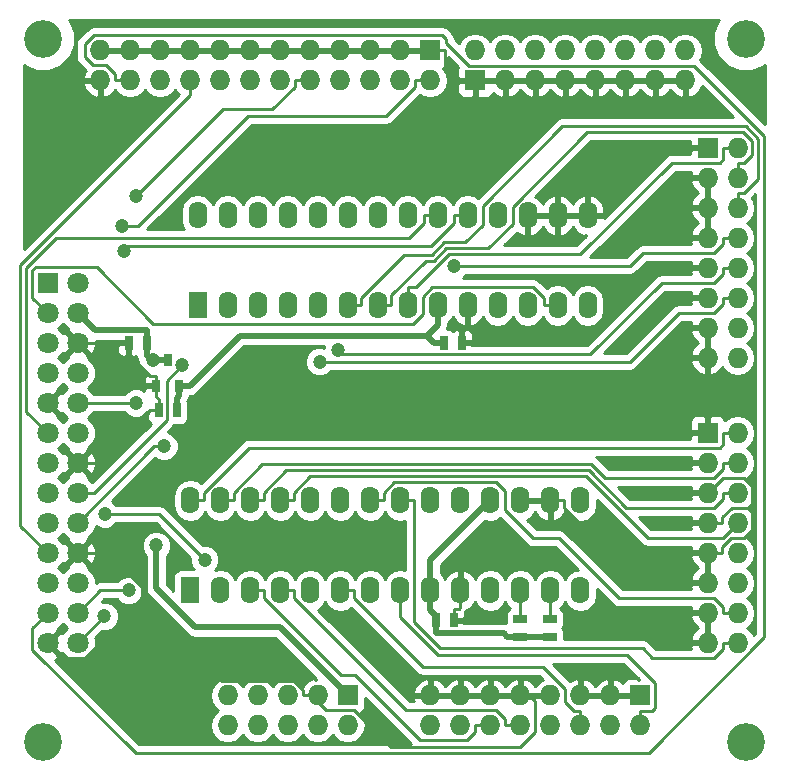
<source format=gtl>
%FSLAX34Y34*%
G04 Gerber Fmt 3.4, Leading zero omitted, Abs format*
G04 (created by PCBNEW (2014-04-07 BZR 4791)-product) date ons  9 apr 2014 20:50:23*
%MOIN*%
G01*
G70*
G90*
G04 APERTURE LIST*
%ADD10C,0.003937*%
%ADD11R,0.068000X0.068000*%
%ADD12O,0.068000X0.068000*%
%ADD13C,0.126000*%
%ADD14R,0.045000X0.025000*%
%ADD15R,0.070866X0.070866*%
%ADD16C,0.070866*%
%ADD17O,0.062000X0.090000*%
%ADD18R,0.062000X0.090000*%
%ADD19R,0.025000X0.045000*%
%ADD20R,0.031500X0.039400*%
%ADD21C,0.047244*%
%ADD22C,0.010000*%
%ADD23C,0.019685*%
G04 APERTURE END LIST*
G54D10*
G54D11*
X46000Y-32000D03*
G54D12*
X46000Y-31000D03*
X47000Y-32000D03*
X47000Y-31000D03*
X48000Y-32000D03*
X48000Y-31000D03*
X49000Y-32000D03*
X49000Y-31000D03*
X50000Y-32000D03*
X50000Y-31000D03*
X51000Y-32000D03*
X51000Y-31000D03*
X52000Y-32000D03*
X52000Y-31000D03*
X53000Y-32000D03*
X53000Y-31000D03*
G54D11*
X53750Y-34250D03*
G54D12*
X54750Y-34250D03*
X53750Y-35250D03*
X54750Y-35250D03*
X53750Y-36250D03*
X54750Y-36250D03*
X53750Y-37250D03*
X54750Y-37250D03*
X53750Y-38250D03*
X54750Y-38250D03*
X53750Y-39250D03*
X54750Y-39250D03*
X53750Y-40250D03*
X54750Y-40250D03*
X53750Y-41250D03*
X54750Y-41250D03*
G54D11*
X53750Y-43750D03*
G54D12*
X54750Y-43750D03*
X53750Y-44750D03*
X54750Y-44750D03*
X53750Y-45750D03*
X54750Y-45750D03*
X53750Y-46750D03*
X54750Y-46750D03*
X53750Y-47750D03*
X54750Y-47750D03*
X53750Y-48750D03*
X54750Y-48750D03*
X53750Y-49750D03*
X54750Y-49750D03*
X53750Y-50750D03*
X54750Y-50750D03*
G54D11*
X51500Y-52500D03*
G54D12*
X51500Y-53500D03*
X50500Y-52500D03*
X50500Y-53500D03*
X49500Y-52500D03*
X49500Y-53500D03*
X48500Y-52500D03*
X48500Y-53500D03*
X47500Y-52500D03*
X47500Y-53500D03*
X46500Y-52500D03*
X46500Y-53500D03*
X45500Y-52500D03*
X45500Y-53500D03*
X44500Y-52500D03*
X44500Y-53500D03*
G54D11*
X44500Y-31000D03*
G54D12*
X44500Y-32000D03*
X43500Y-31000D03*
X43500Y-32000D03*
X42500Y-31000D03*
X42500Y-32000D03*
X41500Y-31000D03*
X41500Y-32000D03*
X40500Y-31000D03*
X40500Y-32000D03*
X39500Y-31000D03*
X39500Y-32000D03*
X38500Y-31000D03*
X38500Y-32000D03*
X37500Y-31000D03*
X37500Y-32000D03*
X36500Y-31000D03*
X36500Y-32000D03*
X35500Y-31000D03*
X35500Y-32000D03*
X34500Y-31000D03*
X34500Y-32000D03*
X33500Y-31000D03*
X33500Y-32000D03*
G54D13*
X31594Y-54035D03*
X55019Y-54035D03*
G54D11*
X41750Y-52500D03*
G54D12*
X41750Y-53500D03*
X40750Y-52500D03*
X40750Y-53500D03*
X39750Y-52500D03*
X39750Y-53500D03*
X38750Y-52500D03*
X38750Y-53500D03*
X37750Y-52500D03*
X37750Y-53500D03*
G54D13*
X31594Y-30610D03*
X55019Y-30610D03*
G54D14*
X48500Y-50550D03*
X48500Y-49950D03*
X47500Y-50550D03*
X47500Y-49950D03*
G54D15*
X31750Y-38750D03*
G54D16*
X32750Y-38750D03*
X31750Y-39750D03*
X32750Y-39750D03*
X31750Y-40750D03*
X32750Y-40750D03*
X31750Y-41750D03*
X32750Y-41750D03*
X31750Y-42750D03*
X32750Y-42750D03*
X31750Y-43750D03*
X32750Y-43750D03*
X31750Y-44750D03*
X32750Y-44750D03*
X31750Y-45750D03*
X32750Y-45750D03*
X31750Y-46750D03*
X32750Y-46750D03*
X31750Y-47750D03*
X32750Y-47750D03*
X31750Y-48750D03*
X32750Y-48750D03*
X31750Y-49750D03*
X32750Y-49750D03*
X31750Y-50750D03*
X32750Y-50750D03*
G54D17*
X37750Y-39500D03*
X38750Y-39500D03*
X39750Y-39500D03*
X40750Y-39500D03*
X41750Y-39500D03*
X42750Y-39500D03*
X43750Y-39500D03*
X44750Y-39500D03*
X45750Y-39500D03*
X46750Y-39500D03*
X47750Y-39500D03*
X48750Y-39500D03*
X49750Y-39500D03*
G54D18*
X36750Y-39500D03*
G54D17*
X49750Y-36500D03*
X48750Y-36500D03*
X47750Y-36500D03*
X46750Y-36500D03*
X45750Y-36500D03*
X44750Y-36500D03*
X43750Y-36500D03*
X42750Y-36500D03*
X41750Y-36500D03*
X40750Y-36500D03*
X39750Y-36500D03*
X38750Y-36500D03*
X37750Y-36500D03*
X36750Y-36500D03*
X37500Y-49000D03*
X38500Y-49000D03*
X39500Y-49000D03*
X40500Y-49000D03*
X41500Y-49000D03*
X42500Y-49000D03*
X43500Y-49000D03*
X44500Y-49000D03*
X45500Y-49000D03*
X46500Y-49000D03*
X47500Y-49000D03*
X48500Y-49000D03*
X49500Y-49000D03*
G54D18*
X36500Y-49000D03*
G54D17*
X49500Y-46000D03*
X48500Y-46000D03*
X47500Y-46000D03*
X46500Y-46000D03*
X45500Y-46000D03*
X44500Y-46000D03*
X43500Y-46000D03*
X42500Y-46000D03*
X41500Y-46000D03*
X40500Y-46000D03*
X39500Y-46000D03*
X38500Y-46000D03*
X37500Y-46000D03*
X36500Y-46000D03*
G54D19*
X35050Y-40750D03*
X34450Y-40750D03*
X44700Y-50000D03*
X45300Y-50000D03*
X44950Y-40750D03*
X45550Y-40750D03*
X36050Y-43000D03*
X35450Y-43000D03*
G54D20*
X35750Y-41317D03*
X36125Y-42183D03*
X35375Y-42183D03*
G54D21*
X45309Y-38185D03*
X41438Y-40987D03*
X40821Y-41380D03*
X34217Y-36851D03*
X34689Y-42750D03*
X36247Y-41487D03*
X35632Y-44195D03*
X34694Y-35856D03*
X34456Y-48989D03*
X33641Y-49858D03*
X35255Y-41317D03*
X35369Y-47500D03*
X33652Y-46454D03*
X36991Y-47973D03*
X34295Y-37685D03*
G54D22*
X34450Y-40750D02*
X32750Y-40750D01*
X47500Y-46000D02*
X48500Y-46000D01*
X47750Y-36500D02*
X48750Y-36500D01*
X33500Y-31000D02*
X34500Y-31000D01*
X36500Y-31000D02*
X37500Y-31000D01*
X37500Y-31000D02*
X38500Y-31000D01*
X38500Y-31000D02*
X39500Y-31000D01*
X39500Y-31000D02*
X40500Y-31000D01*
X40500Y-31000D02*
X41500Y-31000D01*
X41500Y-31000D02*
X42500Y-31000D01*
X42500Y-31000D02*
X43500Y-31000D01*
X43500Y-31000D02*
X44500Y-31000D01*
X44500Y-52500D02*
X45500Y-52500D01*
X45500Y-52500D02*
X46500Y-52500D01*
X49500Y-52500D02*
X50500Y-52500D01*
X50500Y-52500D02*
X51500Y-52500D01*
X48750Y-36500D02*
X49750Y-36500D01*
X53000Y-32000D02*
X52000Y-32000D01*
X52000Y-32000D02*
X51000Y-32000D01*
X51000Y-32000D02*
X50000Y-32000D01*
X50000Y-32000D02*
X49000Y-32000D01*
X49000Y-32000D02*
X48000Y-32000D01*
X48000Y-32000D02*
X47000Y-32000D01*
X36500Y-31000D02*
X35500Y-31000D01*
X35500Y-31000D02*
X34500Y-31000D01*
X47000Y-32000D02*
X46000Y-32000D01*
X44990Y-31480D02*
X44990Y-31000D01*
X45509Y-32000D02*
X44990Y-31480D01*
X46000Y-32000D02*
X45509Y-32000D01*
X44500Y-31000D02*
X44990Y-31000D01*
X53750Y-50750D02*
X53750Y-49750D01*
X45550Y-40300D02*
X45550Y-40750D01*
X45750Y-40100D02*
X45550Y-40300D01*
X45750Y-39500D02*
X45750Y-40100D01*
X53750Y-43750D02*
X53750Y-41250D01*
X48500Y-52500D02*
X48009Y-52500D01*
X35450Y-43000D02*
X35450Y-42624D01*
X35375Y-42549D02*
X35375Y-42182D01*
X35450Y-42624D02*
X35375Y-42549D01*
X35160Y-41835D02*
X34450Y-41125D01*
X35375Y-41835D02*
X35160Y-41835D01*
X35375Y-42182D02*
X35375Y-41835D01*
X34450Y-40750D02*
X34450Y-41125D01*
X35450Y-43000D02*
X35174Y-43000D01*
X34893Y-48877D02*
X34893Y-49346D01*
X33766Y-47750D02*
X34893Y-48877D01*
X32750Y-47750D02*
X33766Y-47750D01*
X32256Y-51256D02*
X31750Y-50750D01*
X32983Y-51256D02*
X32256Y-51256D01*
X34893Y-49346D02*
X32983Y-51256D01*
X37557Y-52009D02*
X34893Y-49346D01*
X39953Y-52009D02*
X37557Y-52009D01*
X40259Y-52316D02*
X39953Y-52009D01*
X40259Y-52500D02*
X40259Y-52316D01*
X40750Y-52500D02*
X40525Y-52500D01*
X40525Y-52500D02*
X40259Y-52500D01*
X48000Y-52690D02*
X47909Y-52599D01*
X48000Y-53713D02*
X48000Y-52690D01*
X47504Y-54208D02*
X48000Y-53713D01*
X43194Y-54208D02*
X47504Y-54208D01*
X41976Y-52990D02*
X43194Y-54208D01*
X41015Y-52990D02*
X41976Y-52990D01*
X40525Y-52500D02*
X41015Y-52990D01*
X47500Y-52599D02*
X47909Y-52599D01*
X47909Y-52599D02*
X48009Y-52500D01*
X47500Y-52500D02*
X47500Y-52549D01*
X47500Y-52549D02*
X47500Y-52599D01*
X47040Y-52549D02*
X46990Y-52500D01*
X47500Y-52549D02*
X47040Y-52549D01*
X46500Y-52500D02*
X46990Y-52500D01*
X45475Y-49624D02*
X45300Y-49624D01*
X45500Y-49600D02*
X45475Y-49624D01*
X45500Y-49000D02*
X45500Y-49600D01*
X45300Y-50000D02*
X45300Y-49624D01*
X53750Y-46750D02*
X54240Y-46750D01*
X48500Y-46000D02*
X48960Y-46000D01*
X50456Y-47750D02*
X53750Y-47750D01*
X48960Y-46253D02*
X50456Y-47750D01*
X48960Y-46000D02*
X48960Y-46253D01*
X55240Y-46984D02*
X55240Y-46250D01*
X54975Y-47250D02*
X55240Y-46984D01*
X54533Y-47250D02*
X54975Y-47250D01*
X54240Y-47542D02*
X54533Y-47250D01*
X54240Y-47750D02*
X54240Y-47542D01*
X55240Y-45527D02*
X55240Y-46250D01*
X54953Y-45240D02*
X55240Y-45527D01*
X54259Y-45240D02*
X54953Y-45240D01*
X53750Y-45750D02*
X54259Y-45240D01*
X54240Y-46566D02*
X54240Y-46750D01*
X54556Y-46250D02*
X54240Y-46566D01*
X55240Y-46250D02*
X54556Y-46250D01*
X53750Y-47750D02*
X54240Y-47750D01*
X33424Y-44750D02*
X35174Y-43000D01*
X32750Y-44750D02*
X33424Y-44750D01*
X43750Y-39500D02*
X43750Y-38899D01*
X54750Y-34250D02*
X54259Y-34250D01*
X44045Y-38899D02*
X43750Y-38899D01*
X45145Y-37799D02*
X44045Y-38899D01*
X49502Y-37799D02*
X45145Y-37799D01*
X52562Y-34740D02*
X49502Y-37799D01*
X54152Y-34740D02*
X52562Y-34740D01*
X54259Y-34632D02*
X54152Y-34740D01*
X54259Y-34250D02*
X54259Y-34632D01*
X42750Y-39500D02*
X43210Y-39500D01*
X54750Y-35250D02*
X54750Y-34759D01*
X43210Y-39154D02*
X43210Y-39500D01*
X44358Y-38006D02*
X43210Y-39154D01*
X44636Y-38006D02*
X44358Y-38006D01*
X45043Y-37599D02*
X44636Y-38006D01*
X46445Y-37599D02*
X45043Y-37599D01*
X47250Y-36795D02*
X46445Y-37599D01*
X47250Y-36207D02*
X47250Y-36795D01*
X49727Y-33730D02*
X47250Y-36207D01*
X54940Y-33730D02*
X49727Y-33730D01*
X55242Y-34032D02*
X54940Y-33730D01*
X55242Y-34469D02*
X55242Y-34032D01*
X54953Y-34759D02*
X55242Y-34469D01*
X54750Y-34759D02*
X54953Y-34759D01*
X41750Y-39500D02*
X42210Y-39500D01*
X54750Y-36250D02*
X54750Y-35759D01*
X42210Y-39241D02*
X42210Y-39500D01*
X43644Y-37806D02*
X42210Y-39241D01*
X44553Y-37806D02*
X43644Y-37806D01*
X44960Y-37399D02*
X44553Y-37806D01*
X45655Y-37399D02*
X44960Y-37399D01*
X46250Y-36805D02*
X45655Y-37399D01*
X46250Y-36182D02*
X46250Y-36805D01*
X48902Y-33530D02*
X46250Y-36182D01*
X55023Y-33530D02*
X48902Y-33530D01*
X55443Y-33949D02*
X55023Y-33530D01*
X55443Y-35269D02*
X55443Y-33949D01*
X54953Y-35759D02*
X55443Y-35269D01*
X54750Y-35759D02*
X54953Y-35759D01*
X54750Y-37250D02*
X54259Y-37250D01*
X51160Y-38185D02*
X45309Y-38185D01*
X51596Y-37750D02*
X51160Y-38185D01*
X53962Y-37750D02*
X51596Y-37750D01*
X54259Y-37453D02*
X53962Y-37750D01*
X54259Y-37250D02*
X54259Y-37453D01*
X54750Y-38250D02*
X54259Y-38250D01*
X41577Y-41126D02*
X41438Y-40987D01*
X49838Y-41126D02*
X41577Y-41126D01*
X52214Y-38750D02*
X49838Y-41126D01*
X53962Y-38750D02*
X52214Y-38750D01*
X54259Y-38453D02*
X53962Y-38750D01*
X54259Y-38250D02*
X54259Y-38453D01*
X54750Y-39250D02*
X54259Y-39250D01*
X51154Y-41380D02*
X40821Y-41380D01*
X52784Y-39750D02*
X51154Y-41380D01*
X53962Y-39750D02*
X52784Y-39750D01*
X54259Y-39453D02*
X53962Y-39750D01*
X54259Y-39250D02*
X54259Y-39453D01*
X54259Y-44132D02*
X54259Y-43750D01*
X54152Y-44240D02*
X54259Y-44132D01*
X38461Y-44240D02*
X54152Y-44240D01*
X36960Y-45741D02*
X38461Y-44240D01*
X36960Y-46000D02*
X36960Y-45741D01*
X36500Y-46000D02*
X36960Y-46000D01*
X54750Y-43750D02*
X54259Y-43750D01*
X37500Y-46000D02*
X37960Y-46000D01*
X54750Y-44750D02*
X54259Y-44750D01*
X37960Y-45741D02*
X37960Y-46000D01*
X38903Y-44797D02*
X37960Y-45741D01*
X49873Y-44797D02*
X38903Y-44797D01*
X50325Y-45250D02*
X49873Y-44797D01*
X53962Y-45250D02*
X50325Y-45250D01*
X54259Y-44953D02*
X53962Y-45250D01*
X54259Y-44750D02*
X54259Y-44953D01*
X38500Y-46000D02*
X38960Y-46000D01*
X54750Y-45750D02*
X54259Y-45750D01*
X38960Y-45741D02*
X38960Y-46000D01*
X39703Y-44997D02*
X38960Y-45741D01*
X49790Y-44997D02*
X39703Y-44997D01*
X51042Y-46250D02*
X49790Y-44997D01*
X53962Y-46250D02*
X51042Y-46250D01*
X54259Y-45953D02*
X53962Y-46250D01*
X54259Y-45750D02*
X54259Y-45953D01*
X39960Y-45746D02*
X39960Y-46000D01*
X40509Y-45197D02*
X39960Y-45746D01*
X49698Y-45197D02*
X40509Y-45197D01*
X51750Y-47250D02*
X49698Y-45197D01*
X54250Y-47250D02*
X51750Y-47250D01*
X54750Y-46750D02*
X54250Y-47250D01*
X39500Y-46000D02*
X39960Y-46000D01*
X42960Y-45746D02*
X42960Y-46000D01*
X43309Y-45397D02*
X42960Y-45746D01*
X46705Y-45397D02*
X43309Y-45397D01*
X47000Y-45692D02*
X46705Y-45397D01*
X47000Y-46316D02*
X47000Y-45692D01*
X47943Y-47259D02*
X47000Y-46316D01*
X48798Y-47259D02*
X47943Y-47259D01*
X50798Y-49259D02*
X48798Y-47259D01*
X53953Y-49259D02*
X50798Y-49259D01*
X54259Y-49566D02*
X53953Y-49259D01*
X54259Y-49750D02*
X54259Y-49566D01*
X54750Y-49750D02*
X54259Y-49750D01*
X42500Y-46000D02*
X42960Y-46000D01*
X54259Y-50953D02*
X54259Y-50750D01*
X53971Y-51241D02*
X54259Y-50953D01*
X51902Y-51241D02*
X53971Y-51241D01*
X51586Y-50925D02*
X51902Y-51241D01*
X44825Y-50925D02*
X51586Y-50925D01*
X43960Y-50060D02*
X44825Y-50925D01*
X43960Y-46000D02*
X43960Y-50060D01*
X43500Y-46000D02*
X43960Y-46000D01*
X54750Y-50750D02*
X54259Y-50750D01*
X43500Y-49000D02*
X43500Y-49600D01*
X51500Y-53500D02*
X51500Y-53009D01*
X51882Y-53009D02*
X51500Y-53009D01*
X51990Y-52902D02*
X51882Y-53009D01*
X51990Y-52078D02*
X51990Y-52902D01*
X51066Y-51154D02*
X51990Y-52078D01*
X44771Y-51154D02*
X51066Y-51154D01*
X43500Y-49883D02*
X44771Y-51154D01*
X43500Y-49600D02*
X43500Y-49883D01*
X41500Y-49000D02*
X41960Y-49000D01*
X49500Y-53500D02*
X49500Y-53009D01*
X49296Y-53009D02*
X49500Y-53009D01*
X49000Y-52712D02*
X49296Y-53009D01*
X49000Y-52285D02*
X49000Y-52712D01*
X48269Y-51555D02*
X49000Y-52285D01*
X44256Y-51555D02*
X48269Y-51555D01*
X41960Y-49258D02*
X44256Y-51555D01*
X41960Y-49000D02*
X41960Y-49258D01*
X47009Y-53296D02*
X47009Y-53500D01*
X46712Y-53000D02*
X47009Y-53296D01*
X43701Y-53000D02*
X46712Y-53000D01*
X39960Y-49258D02*
X43701Y-53000D01*
X39960Y-49000D02*
X39960Y-49258D01*
X39500Y-49000D02*
X39960Y-49000D01*
X47500Y-53500D02*
X47009Y-53500D01*
X46009Y-53703D02*
X46009Y-53500D01*
X45720Y-53992D02*
X46009Y-53703D01*
X44158Y-53992D02*
X45720Y-53992D01*
X41987Y-51821D02*
X44158Y-53992D01*
X41523Y-51821D02*
X41987Y-51821D01*
X38960Y-49258D02*
X41523Y-51821D01*
X38960Y-49000D02*
X38960Y-49258D01*
X38500Y-49000D02*
X38960Y-49000D01*
X46500Y-53500D02*
X46009Y-53500D01*
X44500Y-32000D02*
X44009Y-32000D01*
X34760Y-36851D02*
X34217Y-36851D01*
X38441Y-33171D02*
X34760Y-36851D01*
X43041Y-33171D02*
X38441Y-33171D01*
X44009Y-32203D02*
X43041Y-33171D01*
X44009Y-32000D02*
X44009Y-32203D01*
X32750Y-42750D02*
X34689Y-42750D01*
X35725Y-42009D02*
X36247Y-41487D01*
X35725Y-43321D02*
X35725Y-42009D01*
X33296Y-45750D02*
X35725Y-43321D01*
X32750Y-45750D02*
X33296Y-45750D01*
X35304Y-44195D02*
X32750Y-46750D01*
X35632Y-44195D02*
X35304Y-44195D01*
X40500Y-32000D02*
X40009Y-32000D01*
X40009Y-32203D02*
X40009Y-32000D01*
X39245Y-32967D02*
X40009Y-32203D01*
X37583Y-32967D02*
X39245Y-32967D01*
X34694Y-35856D02*
X37583Y-32967D01*
X33510Y-48989D02*
X34456Y-48989D01*
X32750Y-49750D02*
X33510Y-48989D01*
X32750Y-50750D02*
X33641Y-49858D01*
X36500Y-32000D02*
X36500Y-32490D01*
X30837Y-46837D02*
X31750Y-47750D01*
X30837Y-38152D02*
X30837Y-46837D01*
X36500Y-32490D02*
X30837Y-38152D01*
X34500Y-32000D02*
X34009Y-32000D01*
X34009Y-31796D02*
X34009Y-32000D01*
X33712Y-31500D02*
X34009Y-31796D01*
X33270Y-31500D02*
X33712Y-31500D01*
X32986Y-31216D02*
X33270Y-31500D01*
X32986Y-30800D02*
X32986Y-31216D01*
X33296Y-30491D02*
X32986Y-30800D01*
X44907Y-30491D02*
X33296Y-30491D01*
X45035Y-30619D02*
X44907Y-30491D01*
X45035Y-30739D02*
X45035Y-30619D01*
X45805Y-31509D02*
X45035Y-30739D01*
X53286Y-31509D02*
X45805Y-31509D01*
X55643Y-33866D02*
X53286Y-31509D01*
X55643Y-50557D02*
X55643Y-33866D01*
X51791Y-54409D02*
X55643Y-50557D01*
X34686Y-54409D02*
X51791Y-54409D01*
X31245Y-50968D02*
X34686Y-54409D01*
X31245Y-50254D02*
X31245Y-50968D01*
X31750Y-49750D02*
X31245Y-50254D01*
G54D23*
X35750Y-41317D02*
X35488Y-41317D01*
X33326Y-40326D02*
X32750Y-39750D01*
X35050Y-40326D02*
X33326Y-40326D01*
X35050Y-40750D02*
X35050Y-40326D01*
X35050Y-40750D02*
X35050Y-41173D01*
X35111Y-41173D02*
X35255Y-41317D01*
X35050Y-41173D02*
X35111Y-41173D01*
X35488Y-41317D02*
X35255Y-41317D01*
X35369Y-48929D02*
X35369Y-47500D01*
X36671Y-50231D02*
X35369Y-48929D01*
X39481Y-50231D02*
X36671Y-50231D01*
X41750Y-52500D02*
X39481Y-50231D01*
G54D22*
X48500Y-49000D02*
X48500Y-49950D01*
X48750Y-39500D02*
X48289Y-39500D01*
X48289Y-39241D02*
X48289Y-39500D01*
X47930Y-38881D02*
X48289Y-39241D01*
X44575Y-38881D02*
X47930Y-38881D01*
X44250Y-39207D02*
X44575Y-38881D01*
X44250Y-39797D02*
X44250Y-39207D01*
X43935Y-40111D02*
X44250Y-39797D01*
X35272Y-40111D02*
X43935Y-40111D01*
X33383Y-38222D02*
X35272Y-40111D01*
X31350Y-38222D02*
X33383Y-38222D01*
X31245Y-38327D02*
X31350Y-38222D01*
X31245Y-39245D02*
X31245Y-38327D01*
X31750Y-39750D02*
X31245Y-39245D01*
X47500Y-49000D02*
X47500Y-49950D01*
X35472Y-46454D02*
X36991Y-47973D01*
X33652Y-46454D02*
X35472Y-46454D01*
G54D23*
X47500Y-50550D02*
X48500Y-50550D01*
X36050Y-43000D02*
X36050Y-42576D01*
X44950Y-40750D02*
X44626Y-40750D01*
X36125Y-42501D02*
X36050Y-42576D01*
X36125Y-42182D02*
X36125Y-42501D01*
X36125Y-42182D02*
X36481Y-42182D01*
X44750Y-39500D02*
X44750Y-40148D01*
X44750Y-40148D02*
X44387Y-40511D01*
X44387Y-40511D02*
X44626Y-40750D01*
X38153Y-40511D02*
X36481Y-42182D01*
X44387Y-40511D02*
X38153Y-40511D01*
X44387Y-40511D02*
X44387Y-40511D01*
X44500Y-48000D02*
X44500Y-49000D01*
X46500Y-46000D02*
X44500Y-48000D01*
X44500Y-49000D02*
X44500Y-49648D01*
X44700Y-49848D02*
X44700Y-50000D01*
X44500Y-49648D02*
X44700Y-49848D01*
X46950Y-50423D02*
X47076Y-50550D01*
X44700Y-50423D02*
X46950Y-50423D01*
X44700Y-50000D02*
X44700Y-50423D01*
X47500Y-50550D02*
X47076Y-50550D01*
G54D22*
X44750Y-36500D02*
X44289Y-36500D01*
X31045Y-43045D02*
X31750Y-43750D01*
X31045Y-38244D02*
X31045Y-43045D01*
X32033Y-37256D02*
X31045Y-38244D01*
X43792Y-37256D02*
X32033Y-37256D01*
X44289Y-36758D02*
X43792Y-37256D01*
X44289Y-36500D02*
X44289Y-36758D01*
X45750Y-36500D02*
X45289Y-36500D01*
X34474Y-37506D02*
X34295Y-37685D01*
X44542Y-37506D02*
X34474Y-37506D01*
X45289Y-36758D02*
X44542Y-37506D01*
X45289Y-36500D02*
X45289Y-36758D01*
G54D10*
G36*
X32395Y-43250D02*
X32249Y-43395D01*
X32092Y-43237D01*
X32084Y-43234D01*
X32104Y-43175D01*
X31750Y-42820D01*
X31744Y-42826D01*
X31673Y-42755D01*
X31679Y-42750D01*
X31673Y-42744D01*
X31744Y-42673D01*
X31750Y-42679D01*
X32104Y-42324D01*
X32084Y-42265D01*
X32091Y-42262D01*
X32250Y-42104D01*
X32395Y-42250D01*
X32237Y-42407D01*
X32234Y-42415D01*
X32175Y-42395D01*
X31820Y-42750D01*
X32175Y-43104D01*
X32234Y-43084D01*
X32237Y-43091D01*
X32395Y-43250D01*
X32395Y-43250D01*
G37*
G54D22*
X32395Y-43250D02*
X32249Y-43395D01*
X32092Y-43237D01*
X32084Y-43234D01*
X32104Y-43175D01*
X31750Y-42820D01*
X31744Y-42826D01*
X31673Y-42755D01*
X31679Y-42750D01*
X31673Y-42744D01*
X31744Y-42673D01*
X31750Y-42679D01*
X32104Y-42324D01*
X32084Y-42265D01*
X32091Y-42262D01*
X32250Y-42104D01*
X32395Y-42250D01*
X32237Y-42407D01*
X32234Y-42415D01*
X32175Y-42395D01*
X31820Y-42750D01*
X32175Y-43104D01*
X32234Y-43084D01*
X32237Y-43091D01*
X32395Y-43250D01*
G54D10*
G36*
X35184Y-43437D02*
X33358Y-45263D01*
X33358Y-44844D01*
X33348Y-44604D01*
X33276Y-44429D01*
X33175Y-44395D01*
X32820Y-44750D01*
X33175Y-45104D01*
X33276Y-45070D01*
X33358Y-44844D01*
X33358Y-45263D01*
X33238Y-45383D01*
X33092Y-45237D01*
X33084Y-45234D01*
X33104Y-45175D01*
X32750Y-44820D01*
X32395Y-45175D01*
X32415Y-45234D01*
X32408Y-45237D01*
X32249Y-45395D01*
X32104Y-45249D01*
X32262Y-45092D01*
X32265Y-45084D01*
X32324Y-45104D01*
X32679Y-44750D01*
X32324Y-44395D01*
X32265Y-44415D01*
X32262Y-44408D01*
X32104Y-44249D01*
X32250Y-44104D01*
X32407Y-44262D01*
X32415Y-44265D01*
X32395Y-44324D01*
X32750Y-44679D01*
X33104Y-44324D01*
X33084Y-44265D01*
X33091Y-44262D01*
X33262Y-44092D01*
X33354Y-43870D01*
X33354Y-43630D01*
X33262Y-43408D01*
X33104Y-43249D01*
X33262Y-43092D01*
X33279Y-43050D01*
X34301Y-43050D01*
X34413Y-43161D01*
X34592Y-43236D01*
X34785Y-43236D01*
X34964Y-43162D01*
X35077Y-43050D01*
X35137Y-43050D01*
X35075Y-43112D01*
X35075Y-43175D01*
X35075Y-43274D01*
X35113Y-43366D01*
X35183Y-43436D01*
X35184Y-43437D01*
X35184Y-43437D01*
G37*
G54D22*
X35184Y-43437D02*
X33358Y-45263D01*
X33358Y-44844D01*
X33348Y-44604D01*
X33276Y-44429D01*
X33175Y-44395D01*
X32820Y-44750D01*
X33175Y-45104D01*
X33276Y-45070D01*
X33358Y-44844D01*
X33358Y-45263D01*
X33238Y-45383D01*
X33092Y-45237D01*
X33084Y-45234D01*
X33104Y-45175D01*
X32750Y-44820D01*
X32395Y-45175D01*
X32415Y-45234D01*
X32408Y-45237D01*
X32249Y-45395D01*
X32104Y-45249D01*
X32262Y-45092D01*
X32265Y-45084D01*
X32324Y-45104D01*
X32679Y-44750D01*
X32324Y-44395D01*
X32265Y-44415D01*
X32262Y-44408D01*
X32104Y-44249D01*
X32250Y-44104D01*
X32407Y-44262D01*
X32415Y-44265D01*
X32395Y-44324D01*
X32750Y-44679D01*
X33104Y-44324D01*
X33084Y-44265D01*
X33091Y-44262D01*
X33262Y-44092D01*
X33354Y-43870D01*
X33354Y-43630D01*
X33262Y-43408D01*
X33104Y-43249D01*
X33262Y-43092D01*
X33279Y-43050D01*
X34301Y-43050D01*
X34413Y-43161D01*
X34592Y-43236D01*
X34785Y-43236D01*
X34964Y-43162D01*
X35077Y-43050D01*
X35137Y-43050D01*
X35075Y-43112D01*
X35075Y-43175D01*
X35075Y-43274D01*
X35113Y-43366D01*
X35183Y-43436D01*
X35184Y-43437D01*
G54D10*
G36*
X35425Y-42233D02*
X35425Y-42233D01*
X35425Y-42240D01*
X35325Y-42240D01*
X35325Y-42233D01*
X35030Y-42233D01*
X34967Y-42295D01*
X34967Y-42330D01*
X34967Y-42340D01*
X34965Y-42338D01*
X34786Y-42263D01*
X34593Y-42263D01*
X34414Y-42337D01*
X34400Y-42351D01*
X34400Y-41162D01*
X34400Y-40800D01*
X34137Y-40800D01*
X34075Y-40862D01*
X34075Y-40925D01*
X34075Y-41024D01*
X34113Y-41116D01*
X34183Y-41186D01*
X34275Y-41225D01*
X34337Y-41225D01*
X34400Y-41162D01*
X34400Y-42351D01*
X34301Y-42450D01*
X33279Y-42450D01*
X33262Y-42408D01*
X33104Y-42249D01*
X33262Y-42092D01*
X33354Y-41870D01*
X33354Y-41630D01*
X33262Y-41408D01*
X33092Y-41237D01*
X33084Y-41234D01*
X33104Y-41175D01*
X32750Y-40820D01*
X32395Y-41175D01*
X32415Y-41234D01*
X32408Y-41237D01*
X32249Y-41395D01*
X32104Y-41249D01*
X32262Y-41092D01*
X32265Y-41084D01*
X32324Y-41104D01*
X32679Y-40750D01*
X32324Y-40395D01*
X32265Y-40415D01*
X32262Y-40408D01*
X32104Y-40249D01*
X32250Y-40104D01*
X32407Y-40262D01*
X32415Y-40265D01*
X32395Y-40324D01*
X32750Y-40679D01*
X32755Y-40673D01*
X32826Y-40744D01*
X32820Y-40750D01*
X33175Y-41104D01*
X33276Y-41070D01*
X33358Y-40844D01*
X33351Y-40674D01*
X34112Y-40674D01*
X34137Y-40700D01*
X34400Y-40700D01*
X34400Y-40692D01*
X34500Y-40692D01*
X34500Y-40700D01*
X34507Y-40700D01*
X34507Y-40800D01*
X34500Y-40800D01*
X34500Y-41162D01*
X34562Y-41225D01*
X34624Y-41225D01*
X34705Y-41191D01*
X34728Y-41306D01*
X34768Y-41367D01*
X34768Y-41413D01*
X34842Y-41592D01*
X34979Y-41728D01*
X35081Y-41771D01*
X35075Y-41774D01*
X35005Y-41844D01*
X34967Y-41936D01*
X34967Y-42035D01*
X34967Y-42070D01*
X35030Y-42133D01*
X35325Y-42133D01*
X35325Y-42125D01*
X35425Y-42125D01*
X35425Y-42133D01*
X35425Y-42133D01*
X35425Y-42233D01*
X35425Y-42233D01*
G37*
G54D22*
X35425Y-42233D02*
X35425Y-42233D01*
X35425Y-42240D01*
X35325Y-42240D01*
X35325Y-42233D01*
X35030Y-42233D01*
X34967Y-42295D01*
X34967Y-42330D01*
X34967Y-42340D01*
X34965Y-42338D01*
X34786Y-42263D01*
X34593Y-42263D01*
X34414Y-42337D01*
X34400Y-42351D01*
X34400Y-41162D01*
X34400Y-40800D01*
X34137Y-40800D01*
X34075Y-40862D01*
X34075Y-40925D01*
X34075Y-41024D01*
X34113Y-41116D01*
X34183Y-41186D01*
X34275Y-41225D01*
X34337Y-41225D01*
X34400Y-41162D01*
X34400Y-42351D01*
X34301Y-42450D01*
X33279Y-42450D01*
X33262Y-42408D01*
X33104Y-42249D01*
X33262Y-42092D01*
X33354Y-41870D01*
X33354Y-41630D01*
X33262Y-41408D01*
X33092Y-41237D01*
X33084Y-41234D01*
X33104Y-41175D01*
X32750Y-40820D01*
X32395Y-41175D01*
X32415Y-41234D01*
X32408Y-41237D01*
X32249Y-41395D01*
X32104Y-41249D01*
X32262Y-41092D01*
X32265Y-41084D01*
X32324Y-41104D01*
X32679Y-40750D01*
X32324Y-40395D01*
X32265Y-40415D01*
X32262Y-40408D01*
X32104Y-40249D01*
X32250Y-40104D01*
X32407Y-40262D01*
X32415Y-40265D01*
X32395Y-40324D01*
X32750Y-40679D01*
X32755Y-40673D01*
X32826Y-40744D01*
X32820Y-40750D01*
X33175Y-41104D01*
X33276Y-41070D01*
X33358Y-40844D01*
X33351Y-40674D01*
X34112Y-40674D01*
X34137Y-40700D01*
X34400Y-40700D01*
X34400Y-40692D01*
X34500Y-40692D01*
X34500Y-40700D01*
X34507Y-40700D01*
X34507Y-40800D01*
X34500Y-40800D01*
X34500Y-41162D01*
X34562Y-41225D01*
X34624Y-41225D01*
X34705Y-41191D01*
X34728Y-41306D01*
X34768Y-41367D01*
X34768Y-41413D01*
X34842Y-41592D01*
X34979Y-41728D01*
X35081Y-41771D01*
X35075Y-41774D01*
X35005Y-41844D01*
X34967Y-41936D01*
X34967Y-42035D01*
X34967Y-42070D01*
X35030Y-42133D01*
X35325Y-42133D01*
X35325Y-42125D01*
X35425Y-42125D01*
X35425Y-42133D01*
X35425Y-42133D01*
X35425Y-42233D01*
G54D10*
G36*
X40807Y-52550D02*
X40800Y-52550D01*
X40800Y-52557D01*
X40700Y-52557D01*
X40700Y-52550D01*
X40692Y-52550D01*
X40692Y-52450D01*
X40700Y-52450D01*
X40700Y-52442D01*
X40800Y-52442D01*
X40800Y-52450D01*
X40807Y-52450D01*
X40807Y-52550D01*
X40807Y-52550D01*
G37*
G54D22*
X40807Y-52550D02*
X40800Y-52550D01*
X40800Y-52557D01*
X40700Y-52557D01*
X40700Y-52550D01*
X40692Y-52550D01*
X40692Y-52450D01*
X40700Y-52450D01*
X40700Y-52442D01*
X40800Y-52442D01*
X40800Y-52450D01*
X40807Y-52450D01*
X40807Y-52550D01*
G54D10*
G36*
X43850Y-54109D02*
X34810Y-54109D01*
X32004Y-51303D01*
X32070Y-51276D01*
X32104Y-51175D01*
X31750Y-50820D01*
X31744Y-50826D01*
X31673Y-50755D01*
X31679Y-50750D01*
X31673Y-50744D01*
X31744Y-50673D01*
X31750Y-50679D01*
X32104Y-50324D01*
X32084Y-50265D01*
X32091Y-50262D01*
X32250Y-50104D01*
X32395Y-50250D01*
X32237Y-50407D01*
X32234Y-50415D01*
X32175Y-50395D01*
X31820Y-50750D01*
X32175Y-51104D01*
X32234Y-51084D01*
X32237Y-51091D01*
X32407Y-51262D01*
X32629Y-51354D01*
X32869Y-51354D01*
X33091Y-51262D01*
X33262Y-51092D01*
X33354Y-50870D01*
X33354Y-50630D01*
X33336Y-50587D01*
X33579Y-50344D01*
X33738Y-50344D01*
X33916Y-50270D01*
X34053Y-50133D01*
X34127Y-49955D01*
X34128Y-49761D01*
X34054Y-49583D01*
X33917Y-49446D01*
X33738Y-49372D01*
X33552Y-49371D01*
X33634Y-49289D01*
X34068Y-49289D01*
X34180Y-49401D01*
X34359Y-49475D01*
X34552Y-49475D01*
X34731Y-49402D01*
X34868Y-49265D01*
X34942Y-49086D01*
X34942Y-48893D01*
X34868Y-48714D01*
X34732Y-48577D01*
X34553Y-48503D01*
X34360Y-48503D01*
X34181Y-48577D01*
X34068Y-48689D01*
X33510Y-48689D01*
X33395Y-48712D01*
X33358Y-48737D01*
X33358Y-47844D01*
X33348Y-47604D01*
X33276Y-47429D01*
X33175Y-47395D01*
X32820Y-47750D01*
X33175Y-48104D01*
X33276Y-48070D01*
X33358Y-47844D01*
X33358Y-48737D01*
X33354Y-48740D01*
X33354Y-48630D01*
X33262Y-48408D01*
X33092Y-48237D01*
X33084Y-48234D01*
X33104Y-48175D01*
X32750Y-47820D01*
X32395Y-48175D01*
X32415Y-48234D01*
X32408Y-48237D01*
X32249Y-48395D01*
X32104Y-48249D01*
X32262Y-48092D01*
X32265Y-48084D01*
X32324Y-48104D01*
X32679Y-47750D01*
X32324Y-47395D01*
X32265Y-47415D01*
X32262Y-47408D01*
X32104Y-47249D01*
X32250Y-47104D01*
X32407Y-47262D01*
X32415Y-47265D01*
X32395Y-47324D01*
X32750Y-47679D01*
X33104Y-47324D01*
X33084Y-47265D01*
X33091Y-47262D01*
X33262Y-47092D01*
X33354Y-46870D01*
X33354Y-46843D01*
X33377Y-46866D01*
X33555Y-46940D01*
X33749Y-46940D01*
X33927Y-46866D01*
X34040Y-46754D01*
X35348Y-46754D01*
X36505Y-47911D01*
X36505Y-48069D01*
X36579Y-48248D01*
X36630Y-48300D01*
X36140Y-48300D01*
X36048Y-48338D01*
X35978Y-48408D01*
X35940Y-48500D01*
X35940Y-48599D01*
X35940Y-49007D01*
X35718Y-48785D01*
X35718Y-47839D01*
X35781Y-47776D01*
X35855Y-47597D01*
X35855Y-47404D01*
X35782Y-47225D01*
X35645Y-47088D01*
X35466Y-47014D01*
X35273Y-47014D01*
X35094Y-47088D01*
X34957Y-47224D01*
X34883Y-47403D01*
X34883Y-47596D01*
X34957Y-47775D01*
X35021Y-47839D01*
X35021Y-48929D01*
X35021Y-48929D01*
X35043Y-49041D01*
X35047Y-49063D01*
X35123Y-49176D01*
X36424Y-50477D01*
X36424Y-50477D01*
X36537Y-50553D01*
X36671Y-50580D01*
X39337Y-50580D01*
X40699Y-51942D01*
X40699Y-51974D01*
X40608Y-51927D01*
X40400Y-52024D01*
X40249Y-52189D01*
X40178Y-52082D01*
X39987Y-51954D01*
X39761Y-51910D01*
X39738Y-51910D01*
X39512Y-51954D01*
X39321Y-52082D01*
X39250Y-52189D01*
X39178Y-52082D01*
X38987Y-51954D01*
X38761Y-51910D01*
X38738Y-51910D01*
X38512Y-51954D01*
X38321Y-52082D01*
X38250Y-52189D01*
X38178Y-52082D01*
X37987Y-51954D01*
X37761Y-51910D01*
X37738Y-51910D01*
X37512Y-51954D01*
X37321Y-52082D01*
X37193Y-52274D01*
X37148Y-52500D01*
X37193Y-52725D01*
X37321Y-52917D01*
X37445Y-53000D01*
X37321Y-53082D01*
X37193Y-53274D01*
X37148Y-53500D01*
X37193Y-53725D01*
X37321Y-53917D01*
X37512Y-54045D01*
X37738Y-54090D01*
X37761Y-54090D01*
X37987Y-54045D01*
X38178Y-53917D01*
X38250Y-53810D01*
X38321Y-53917D01*
X38512Y-54045D01*
X38738Y-54090D01*
X38761Y-54090D01*
X38987Y-54045D01*
X39178Y-53917D01*
X39250Y-53810D01*
X39321Y-53917D01*
X39512Y-54045D01*
X39738Y-54090D01*
X39761Y-54090D01*
X39987Y-54045D01*
X40178Y-53917D01*
X40250Y-53810D01*
X40321Y-53917D01*
X40512Y-54045D01*
X40738Y-54090D01*
X40761Y-54090D01*
X40987Y-54045D01*
X41178Y-53917D01*
X41250Y-53810D01*
X41321Y-53917D01*
X41512Y-54045D01*
X41738Y-54090D01*
X41761Y-54090D01*
X41987Y-54045D01*
X42178Y-53917D01*
X42306Y-53725D01*
X42351Y-53500D01*
X42306Y-53274D01*
X42178Y-53082D01*
X42170Y-53077D01*
X42231Y-53051D01*
X42301Y-52981D01*
X42340Y-52889D01*
X42340Y-52790D01*
X42340Y-52598D01*
X43850Y-54109D01*
X43850Y-54109D01*
G37*
G54D22*
X43850Y-54109D02*
X34810Y-54109D01*
X32004Y-51303D01*
X32070Y-51276D01*
X32104Y-51175D01*
X31750Y-50820D01*
X31744Y-50826D01*
X31673Y-50755D01*
X31679Y-50750D01*
X31673Y-50744D01*
X31744Y-50673D01*
X31750Y-50679D01*
X32104Y-50324D01*
X32084Y-50265D01*
X32091Y-50262D01*
X32250Y-50104D01*
X32395Y-50250D01*
X32237Y-50407D01*
X32234Y-50415D01*
X32175Y-50395D01*
X31820Y-50750D01*
X32175Y-51104D01*
X32234Y-51084D01*
X32237Y-51091D01*
X32407Y-51262D01*
X32629Y-51354D01*
X32869Y-51354D01*
X33091Y-51262D01*
X33262Y-51092D01*
X33354Y-50870D01*
X33354Y-50630D01*
X33336Y-50587D01*
X33579Y-50344D01*
X33738Y-50344D01*
X33916Y-50270D01*
X34053Y-50133D01*
X34127Y-49955D01*
X34128Y-49761D01*
X34054Y-49583D01*
X33917Y-49446D01*
X33738Y-49372D01*
X33552Y-49371D01*
X33634Y-49289D01*
X34068Y-49289D01*
X34180Y-49401D01*
X34359Y-49475D01*
X34552Y-49475D01*
X34731Y-49402D01*
X34868Y-49265D01*
X34942Y-49086D01*
X34942Y-48893D01*
X34868Y-48714D01*
X34732Y-48577D01*
X34553Y-48503D01*
X34360Y-48503D01*
X34181Y-48577D01*
X34068Y-48689D01*
X33510Y-48689D01*
X33395Y-48712D01*
X33358Y-48737D01*
X33358Y-47844D01*
X33348Y-47604D01*
X33276Y-47429D01*
X33175Y-47395D01*
X32820Y-47750D01*
X33175Y-48104D01*
X33276Y-48070D01*
X33358Y-47844D01*
X33358Y-48737D01*
X33354Y-48740D01*
X33354Y-48630D01*
X33262Y-48408D01*
X33092Y-48237D01*
X33084Y-48234D01*
X33104Y-48175D01*
X32750Y-47820D01*
X32395Y-48175D01*
X32415Y-48234D01*
X32408Y-48237D01*
X32249Y-48395D01*
X32104Y-48249D01*
X32262Y-48092D01*
X32265Y-48084D01*
X32324Y-48104D01*
X32679Y-47750D01*
X32324Y-47395D01*
X32265Y-47415D01*
X32262Y-47408D01*
X32104Y-47249D01*
X32250Y-47104D01*
X32407Y-47262D01*
X32415Y-47265D01*
X32395Y-47324D01*
X32750Y-47679D01*
X33104Y-47324D01*
X33084Y-47265D01*
X33091Y-47262D01*
X33262Y-47092D01*
X33354Y-46870D01*
X33354Y-46843D01*
X33377Y-46866D01*
X33555Y-46940D01*
X33749Y-46940D01*
X33927Y-46866D01*
X34040Y-46754D01*
X35348Y-46754D01*
X36505Y-47911D01*
X36505Y-48069D01*
X36579Y-48248D01*
X36630Y-48300D01*
X36140Y-48300D01*
X36048Y-48338D01*
X35978Y-48408D01*
X35940Y-48500D01*
X35940Y-48599D01*
X35940Y-49007D01*
X35718Y-48785D01*
X35718Y-47839D01*
X35781Y-47776D01*
X35855Y-47597D01*
X35855Y-47404D01*
X35782Y-47225D01*
X35645Y-47088D01*
X35466Y-47014D01*
X35273Y-47014D01*
X35094Y-47088D01*
X34957Y-47224D01*
X34883Y-47403D01*
X34883Y-47596D01*
X34957Y-47775D01*
X35021Y-47839D01*
X35021Y-48929D01*
X35021Y-48929D01*
X35043Y-49041D01*
X35047Y-49063D01*
X35123Y-49176D01*
X36424Y-50477D01*
X36424Y-50477D01*
X36537Y-50553D01*
X36671Y-50580D01*
X39337Y-50580D01*
X40699Y-51942D01*
X40699Y-51974D01*
X40608Y-51927D01*
X40400Y-52024D01*
X40249Y-52189D01*
X40178Y-52082D01*
X39987Y-51954D01*
X39761Y-51910D01*
X39738Y-51910D01*
X39512Y-51954D01*
X39321Y-52082D01*
X39250Y-52189D01*
X39178Y-52082D01*
X38987Y-51954D01*
X38761Y-51910D01*
X38738Y-51910D01*
X38512Y-51954D01*
X38321Y-52082D01*
X38250Y-52189D01*
X38178Y-52082D01*
X37987Y-51954D01*
X37761Y-51910D01*
X37738Y-51910D01*
X37512Y-51954D01*
X37321Y-52082D01*
X37193Y-52274D01*
X37148Y-52500D01*
X37193Y-52725D01*
X37321Y-52917D01*
X37445Y-53000D01*
X37321Y-53082D01*
X37193Y-53274D01*
X37148Y-53500D01*
X37193Y-53725D01*
X37321Y-53917D01*
X37512Y-54045D01*
X37738Y-54090D01*
X37761Y-54090D01*
X37987Y-54045D01*
X38178Y-53917D01*
X38250Y-53810D01*
X38321Y-53917D01*
X38512Y-54045D01*
X38738Y-54090D01*
X38761Y-54090D01*
X38987Y-54045D01*
X39178Y-53917D01*
X39250Y-53810D01*
X39321Y-53917D01*
X39512Y-54045D01*
X39738Y-54090D01*
X39761Y-54090D01*
X39987Y-54045D01*
X40178Y-53917D01*
X40250Y-53810D01*
X40321Y-53917D01*
X40512Y-54045D01*
X40738Y-54090D01*
X40761Y-54090D01*
X40987Y-54045D01*
X41178Y-53917D01*
X41250Y-53810D01*
X41321Y-53917D01*
X41512Y-54045D01*
X41738Y-54090D01*
X41761Y-54090D01*
X41987Y-54045D01*
X42178Y-53917D01*
X42306Y-53725D01*
X42351Y-53500D01*
X42306Y-53274D01*
X42178Y-53082D01*
X42170Y-53077D01*
X42231Y-53051D01*
X42301Y-52981D01*
X42340Y-52889D01*
X42340Y-52790D01*
X42340Y-52598D01*
X43850Y-54109D01*
G54D10*
G36*
X44557Y-31050D02*
X44550Y-31050D01*
X44550Y-31057D01*
X44450Y-31057D01*
X44450Y-31050D01*
X44025Y-31050D01*
X43972Y-31050D01*
X43550Y-31050D01*
X43550Y-31057D01*
X43450Y-31057D01*
X43450Y-31050D01*
X43025Y-31050D01*
X42974Y-31050D01*
X42550Y-31050D01*
X42550Y-31057D01*
X42450Y-31057D01*
X42450Y-31050D01*
X42025Y-31050D01*
X41974Y-31050D01*
X41550Y-31050D01*
X41550Y-31057D01*
X41450Y-31057D01*
X41450Y-31050D01*
X41025Y-31050D01*
X40974Y-31050D01*
X40550Y-31050D01*
X40550Y-31057D01*
X40450Y-31057D01*
X40450Y-31050D01*
X40025Y-31050D01*
X39974Y-31050D01*
X39550Y-31050D01*
X39550Y-31057D01*
X39450Y-31057D01*
X39450Y-31050D01*
X39025Y-31050D01*
X38974Y-31050D01*
X38550Y-31050D01*
X38550Y-31057D01*
X38450Y-31057D01*
X38450Y-31050D01*
X38025Y-31050D01*
X37974Y-31050D01*
X37550Y-31050D01*
X37550Y-31057D01*
X37450Y-31057D01*
X37450Y-31050D01*
X37025Y-31050D01*
X36974Y-31050D01*
X36550Y-31050D01*
X36550Y-31057D01*
X36450Y-31057D01*
X36450Y-31050D01*
X36025Y-31050D01*
X35974Y-31050D01*
X35550Y-31050D01*
X35550Y-31057D01*
X35450Y-31057D01*
X35450Y-31050D01*
X35025Y-31050D01*
X34974Y-31050D01*
X34550Y-31050D01*
X34550Y-31057D01*
X34450Y-31057D01*
X34450Y-31050D01*
X34025Y-31050D01*
X33974Y-31050D01*
X33550Y-31050D01*
X33550Y-31057D01*
X33450Y-31057D01*
X33450Y-31050D01*
X33442Y-31050D01*
X33442Y-30950D01*
X33450Y-30950D01*
X33450Y-30942D01*
X33550Y-30942D01*
X33550Y-30950D01*
X33974Y-30950D01*
X34025Y-30950D01*
X34450Y-30950D01*
X34450Y-30942D01*
X34550Y-30942D01*
X34550Y-30950D01*
X34974Y-30950D01*
X35025Y-30950D01*
X35450Y-30950D01*
X35450Y-30942D01*
X35550Y-30942D01*
X35550Y-30950D01*
X35974Y-30950D01*
X36025Y-30950D01*
X36450Y-30950D01*
X36450Y-30942D01*
X36550Y-30942D01*
X36550Y-30950D01*
X36974Y-30950D01*
X37025Y-30950D01*
X37450Y-30950D01*
X37450Y-30942D01*
X37550Y-30942D01*
X37550Y-30950D01*
X37974Y-30950D01*
X38025Y-30950D01*
X38450Y-30950D01*
X38450Y-30942D01*
X38550Y-30942D01*
X38550Y-30950D01*
X38974Y-30950D01*
X39025Y-30950D01*
X39450Y-30950D01*
X39450Y-30942D01*
X39550Y-30942D01*
X39550Y-30950D01*
X39974Y-30950D01*
X40025Y-30950D01*
X40450Y-30950D01*
X40450Y-30942D01*
X40550Y-30942D01*
X40550Y-30950D01*
X40974Y-30950D01*
X41025Y-30950D01*
X41450Y-30950D01*
X41450Y-30942D01*
X41550Y-30942D01*
X41550Y-30950D01*
X41974Y-30950D01*
X42025Y-30950D01*
X42450Y-30950D01*
X42450Y-30942D01*
X42550Y-30942D01*
X42550Y-30950D01*
X42974Y-30950D01*
X43025Y-30950D01*
X43450Y-30950D01*
X43450Y-30942D01*
X43550Y-30942D01*
X43550Y-30950D01*
X43972Y-30950D01*
X44025Y-30950D01*
X44450Y-30950D01*
X44450Y-30942D01*
X44550Y-30942D01*
X44550Y-30950D01*
X44557Y-30950D01*
X44557Y-31050D01*
X44557Y-31050D01*
G37*
G54D22*
X44557Y-31050D02*
X44550Y-31050D01*
X44550Y-31057D01*
X44450Y-31057D01*
X44450Y-31050D01*
X44025Y-31050D01*
X43972Y-31050D01*
X43550Y-31050D01*
X43550Y-31057D01*
X43450Y-31057D01*
X43450Y-31050D01*
X43025Y-31050D01*
X42974Y-31050D01*
X42550Y-31050D01*
X42550Y-31057D01*
X42450Y-31057D01*
X42450Y-31050D01*
X42025Y-31050D01*
X41974Y-31050D01*
X41550Y-31050D01*
X41550Y-31057D01*
X41450Y-31057D01*
X41450Y-31050D01*
X41025Y-31050D01*
X40974Y-31050D01*
X40550Y-31050D01*
X40550Y-31057D01*
X40450Y-31057D01*
X40450Y-31050D01*
X40025Y-31050D01*
X39974Y-31050D01*
X39550Y-31050D01*
X39550Y-31057D01*
X39450Y-31057D01*
X39450Y-31050D01*
X39025Y-31050D01*
X38974Y-31050D01*
X38550Y-31050D01*
X38550Y-31057D01*
X38450Y-31057D01*
X38450Y-31050D01*
X38025Y-31050D01*
X37974Y-31050D01*
X37550Y-31050D01*
X37550Y-31057D01*
X37450Y-31057D01*
X37450Y-31050D01*
X37025Y-31050D01*
X36974Y-31050D01*
X36550Y-31050D01*
X36550Y-31057D01*
X36450Y-31057D01*
X36450Y-31050D01*
X36025Y-31050D01*
X35974Y-31050D01*
X35550Y-31050D01*
X35550Y-31057D01*
X35450Y-31057D01*
X35450Y-31050D01*
X35025Y-31050D01*
X34974Y-31050D01*
X34550Y-31050D01*
X34550Y-31057D01*
X34450Y-31057D01*
X34450Y-31050D01*
X34025Y-31050D01*
X33974Y-31050D01*
X33550Y-31050D01*
X33550Y-31057D01*
X33450Y-31057D01*
X33450Y-31050D01*
X33442Y-31050D01*
X33442Y-30950D01*
X33450Y-30950D01*
X33450Y-30942D01*
X33550Y-30942D01*
X33550Y-30950D01*
X33974Y-30950D01*
X34025Y-30950D01*
X34450Y-30950D01*
X34450Y-30942D01*
X34550Y-30942D01*
X34550Y-30950D01*
X34974Y-30950D01*
X35025Y-30950D01*
X35450Y-30950D01*
X35450Y-30942D01*
X35550Y-30942D01*
X35550Y-30950D01*
X35974Y-30950D01*
X36025Y-30950D01*
X36450Y-30950D01*
X36450Y-30942D01*
X36550Y-30942D01*
X36550Y-30950D01*
X36974Y-30950D01*
X37025Y-30950D01*
X37450Y-30950D01*
X37450Y-30942D01*
X37550Y-30942D01*
X37550Y-30950D01*
X37974Y-30950D01*
X38025Y-30950D01*
X38450Y-30950D01*
X38450Y-30942D01*
X38550Y-30942D01*
X38550Y-30950D01*
X38974Y-30950D01*
X39025Y-30950D01*
X39450Y-30950D01*
X39450Y-30942D01*
X39550Y-30942D01*
X39550Y-30950D01*
X39974Y-30950D01*
X40025Y-30950D01*
X40450Y-30950D01*
X40450Y-30942D01*
X40550Y-30942D01*
X40550Y-30950D01*
X40974Y-30950D01*
X41025Y-30950D01*
X41450Y-30950D01*
X41450Y-30942D01*
X41550Y-30942D01*
X41550Y-30950D01*
X41974Y-30950D01*
X42025Y-30950D01*
X42450Y-30950D01*
X42450Y-30942D01*
X42550Y-30942D01*
X42550Y-30950D01*
X42974Y-30950D01*
X43025Y-30950D01*
X43450Y-30950D01*
X43450Y-30942D01*
X43550Y-30942D01*
X43550Y-30950D01*
X43972Y-30950D01*
X44025Y-30950D01*
X44450Y-30950D01*
X44450Y-30942D01*
X44550Y-30942D01*
X44550Y-30950D01*
X44557Y-30950D01*
X44557Y-31050D01*
G54D10*
G36*
X47173Y-49596D02*
X47133Y-49613D01*
X47063Y-49683D01*
X47025Y-49775D01*
X47025Y-49874D01*
X47025Y-50090D01*
X46950Y-50075D01*
X46949Y-50075D01*
X45637Y-50075D01*
X45612Y-50050D01*
X45350Y-50050D01*
X45350Y-50057D01*
X45250Y-50057D01*
X45250Y-50050D01*
X45242Y-50050D01*
X45242Y-49950D01*
X45250Y-49950D01*
X45250Y-49942D01*
X45350Y-49942D01*
X45350Y-49950D01*
X45612Y-49950D01*
X45675Y-49887D01*
X45675Y-49824D01*
X45675Y-49725D01*
X45655Y-49679D01*
X45668Y-49676D01*
X45860Y-49571D01*
X45998Y-49400D01*
X46000Y-49394D01*
X46104Y-49549D01*
X46285Y-49671D01*
X46500Y-49713D01*
X46714Y-49671D01*
X46895Y-49549D01*
X47000Y-49394D01*
X47104Y-49549D01*
X47173Y-49596D01*
X47173Y-49596D01*
G37*
G54D22*
X47173Y-49596D02*
X47133Y-49613D01*
X47063Y-49683D01*
X47025Y-49775D01*
X47025Y-49874D01*
X47025Y-50090D01*
X46950Y-50075D01*
X46949Y-50075D01*
X45637Y-50075D01*
X45612Y-50050D01*
X45350Y-50050D01*
X45350Y-50057D01*
X45250Y-50057D01*
X45250Y-50050D01*
X45242Y-50050D01*
X45242Y-49950D01*
X45250Y-49950D01*
X45250Y-49942D01*
X45350Y-49942D01*
X45350Y-49950D01*
X45612Y-49950D01*
X45675Y-49887D01*
X45675Y-49824D01*
X45675Y-49725D01*
X45655Y-49679D01*
X45668Y-49676D01*
X45860Y-49571D01*
X45998Y-49400D01*
X46000Y-49394D01*
X46104Y-49549D01*
X46285Y-49671D01*
X46500Y-49713D01*
X46714Y-49671D01*
X46895Y-49549D01*
X47000Y-49394D01*
X47104Y-49549D01*
X47173Y-49596D01*
G54D10*
G36*
X48557Y-52550D02*
X48550Y-52550D01*
X48550Y-52557D01*
X48450Y-52557D01*
X48450Y-52550D01*
X48025Y-52550D01*
X47974Y-52550D01*
X47550Y-52550D01*
X47550Y-52557D01*
X47450Y-52557D01*
X47450Y-52550D01*
X47450Y-52450D01*
X47450Y-51974D01*
X47358Y-51927D01*
X47150Y-52024D01*
X47000Y-52189D01*
X46849Y-52024D01*
X46641Y-51927D01*
X46550Y-51974D01*
X46550Y-52450D01*
X46974Y-52450D01*
X47025Y-52450D01*
X47450Y-52450D01*
X47450Y-52550D01*
X47025Y-52550D01*
X46974Y-52550D01*
X46550Y-52550D01*
X46550Y-52557D01*
X46450Y-52557D01*
X46450Y-52550D01*
X46450Y-52450D01*
X46450Y-51974D01*
X46358Y-51927D01*
X46150Y-52024D01*
X46000Y-52189D01*
X45849Y-52024D01*
X45641Y-51927D01*
X45550Y-51974D01*
X45550Y-52450D01*
X45974Y-52450D01*
X46025Y-52450D01*
X46450Y-52450D01*
X46450Y-52550D01*
X46025Y-52550D01*
X45974Y-52550D01*
X45550Y-52550D01*
X45550Y-52557D01*
X45450Y-52557D01*
X45450Y-52550D01*
X45450Y-52450D01*
X45450Y-51974D01*
X45358Y-51927D01*
X45150Y-52024D01*
X45000Y-52189D01*
X44849Y-52024D01*
X44641Y-51927D01*
X44550Y-51974D01*
X44550Y-52450D01*
X44974Y-52450D01*
X45025Y-52450D01*
X45450Y-52450D01*
X45450Y-52550D01*
X45025Y-52550D01*
X44974Y-52550D01*
X44550Y-52550D01*
X44550Y-52557D01*
X44450Y-52557D01*
X44450Y-52550D01*
X44450Y-52450D01*
X44450Y-51974D01*
X44358Y-51927D01*
X44150Y-52024D01*
X43995Y-52194D01*
X43927Y-52358D01*
X43974Y-52450D01*
X44450Y-52450D01*
X44450Y-52550D01*
X43974Y-52550D01*
X43927Y-52641D01*
X43951Y-52700D01*
X43825Y-52700D01*
X40763Y-49638D01*
X40895Y-49549D01*
X41000Y-49394D01*
X41104Y-49549D01*
X41285Y-49671D01*
X41500Y-49713D01*
X41714Y-49671D01*
X41854Y-49577D01*
X44044Y-51767D01*
X44141Y-51832D01*
X44141Y-51832D01*
X44256Y-51855D01*
X48145Y-51855D01*
X48262Y-51972D01*
X48150Y-52024D01*
X48000Y-52189D01*
X47849Y-52024D01*
X47641Y-51927D01*
X47550Y-51974D01*
X47550Y-52450D01*
X47974Y-52450D01*
X48025Y-52450D01*
X48450Y-52450D01*
X48450Y-52442D01*
X48550Y-52442D01*
X48550Y-52450D01*
X48557Y-52450D01*
X48557Y-52550D01*
X48557Y-52550D01*
G37*
G54D22*
X48557Y-52550D02*
X48550Y-52550D01*
X48550Y-52557D01*
X48450Y-52557D01*
X48450Y-52550D01*
X48025Y-52550D01*
X47974Y-52550D01*
X47550Y-52550D01*
X47550Y-52557D01*
X47450Y-52557D01*
X47450Y-52550D01*
X47450Y-52450D01*
X47450Y-51974D01*
X47358Y-51927D01*
X47150Y-52024D01*
X47000Y-52189D01*
X46849Y-52024D01*
X46641Y-51927D01*
X46550Y-51974D01*
X46550Y-52450D01*
X46974Y-52450D01*
X47025Y-52450D01*
X47450Y-52450D01*
X47450Y-52550D01*
X47025Y-52550D01*
X46974Y-52550D01*
X46550Y-52550D01*
X46550Y-52557D01*
X46450Y-52557D01*
X46450Y-52550D01*
X46450Y-52450D01*
X46450Y-51974D01*
X46358Y-51927D01*
X46150Y-52024D01*
X46000Y-52189D01*
X45849Y-52024D01*
X45641Y-51927D01*
X45550Y-51974D01*
X45550Y-52450D01*
X45974Y-52450D01*
X46025Y-52450D01*
X46450Y-52450D01*
X46450Y-52550D01*
X46025Y-52550D01*
X45974Y-52550D01*
X45550Y-52550D01*
X45550Y-52557D01*
X45450Y-52557D01*
X45450Y-52550D01*
X45450Y-52450D01*
X45450Y-51974D01*
X45358Y-51927D01*
X45150Y-52024D01*
X45000Y-52189D01*
X44849Y-52024D01*
X44641Y-51927D01*
X44550Y-51974D01*
X44550Y-52450D01*
X44974Y-52450D01*
X45025Y-52450D01*
X45450Y-52450D01*
X45450Y-52550D01*
X45025Y-52550D01*
X44974Y-52550D01*
X44550Y-52550D01*
X44550Y-52557D01*
X44450Y-52557D01*
X44450Y-52550D01*
X44450Y-52450D01*
X44450Y-51974D01*
X44358Y-51927D01*
X44150Y-52024D01*
X43995Y-52194D01*
X43927Y-52358D01*
X43974Y-52450D01*
X44450Y-52450D01*
X44450Y-52550D01*
X43974Y-52550D01*
X43927Y-52641D01*
X43951Y-52700D01*
X43825Y-52700D01*
X40763Y-49638D01*
X40895Y-49549D01*
X41000Y-49394D01*
X41104Y-49549D01*
X41285Y-49671D01*
X41500Y-49713D01*
X41714Y-49671D01*
X41854Y-49577D01*
X44044Y-51767D01*
X44141Y-51832D01*
X44141Y-51832D01*
X44256Y-51855D01*
X48145Y-51855D01*
X48262Y-51972D01*
X48150Y-52024D01*
X48000Y-52189D01*
X47849Y-52024D01*
X47641Y-51927D01*
X47550Y-51974D01*
X47550Y-52450D01*
X47974Y-52450D01*
X48025Y-52450D01*
X48450Y-52450D01*
X48450Y-52442D01*
X48550Y-52442D01*
X48550Y-52450D01*
X48557Y-52450D01*
X48557Y-52550D01*
G54D10*
G36*
X49416Y-48302D02*
X49285Y-48328D01*
X49104Y-48450D01*
X48999Y-48605D01*
X48895Y-48450D01*
X48714Y-48328D01*
X48500Y-48286D01*
X48285Y-48328D01*
X48104Y-48450D01*
X47999Y-48605D01*
X47895Y-48450D01*
X47714Y-48328D01*
X47500Y-48286D01*
X47285Y-48328D01*
X47104Y-48450D01*
X46999Y-48605D01*
X46895Y-48450D01*
X46714Y-48328D01*
X46500Y-48286D01*
X46285Y-48328D01*
X46104Y-48450D01*
X46000Y-48605D01*
X45998Y-48599D01*
X45860Y-48428D01*
X45668Y-48323D01*
X45636Y-48316D01*
X45550Y-48365D01*
X45550Y-48950D01*
X45557Y-48950D01*
X45557Y-49050D01*
X45550Y-49050D01*
X45550Y-49057D01*
X45450Y-49057D01*
X45450Y-49050D01*
X45442Y-49050D01*
X45442Y-48950D01*
X45450Y-48950D01*
X45450Y-48365D01*
X45363Y-48316D01*
X45331Y-48323D01*
X45139Y-48428D01*
X45001Y-48599D01*
X44999Y-48605D01*
X44895Y-48450D01*
X44848Y-48418D01*
X44848Y-48144D01*
X46315Y-46677D01*
X46500Y-46713D01*
X46714Y-46671D01*
X46843Y-46584D01*
X47731Y-47471D01*
X47731Y-47471D01*
X47828Y-47537D01*
X47943Y-47559D01*
X48673Y-47559D01*
X49416Y-48302D01*
X49416Y-48302D01*
G37*
G54D22*
X49416Y-48302D02*
X49285Y-48328D01*
X49104Y-48450D01*
X48999Y-48605D01*
X48895Y-48450D01*
X48714Y-48328D01*
X48500Y-48286D01*
X48285Y-48328D01*
X48104Y-48450D01*
X47999Y-48605D01*
X47895Y-48450D01*
X47714Y-48328D01*
X47500Y-48286D01*
X47285Y-48328D01*
X47104Y-48450D01*
X46999Y-48605D01*
X46895Y-48450D01*
X46714Y-48328D01*
X46500Y-48286D01*
X46285Y-48328D01*
X46104Y-48450D01*
X46000Y-48605D01*
X45998Y-48599D01*
X45860Y-48428D01*
X45668Y-48323D01*
X45636Y-48316D01*
X45550Y-48365D01*
X45550Y-48950D01*
X45557Y-48950D01*
X45557Y-49050D01*
X45550Y-49050D01*
X45550Y-49057D01*
X45450Y-49057D01*
X45450Y-49050D01*
X45442Y-49050D01*
X45442Y-48950D01*
X45450Y-48950D01*
X45450Y-48365D01*
X45363Y-48316D01*
X45331Y-48323D01*
X45139Y-48428D01*
X45001Y-48599D01*
X44999Y-48605D01*
X44895Y-48450D01*
X44848Y-48418D01*
X44848Y-48144D01*
X46315Y-46677D01*
X46500Y-46713D01*
X46714Y-46671D01*
X46843Y-46584D01*
X47731Y-47471D01*
X47731Y-47471D01*
X47828Y-47537D01*
X47943Y-47559D01*
X48673Y-47559D01*
X49416Y-48302D01*
G54D10*
G36*
X51557Y-52550D02*
X51550Y-52550D01*
X51550Y-52557D01*
X51450Y-52557D01*
X51450Y-52550D01*
X51025Y-52550D01*
X50972Y-52550D01*
X50550Y-52550D01*
X50550Y-52557D01*
X50450Y-52557D01*
X50450Y-52550D01*
X50450Y-52450D01*
X50450Y-51974D01*
X50358Y-51927D01*
X50150Y-52024D01*
X50000Y-52189D01*
X49849Y-52024D01*
X49641Y-51927D01*
X49550Y-51974D01*
X49550Y-52450D01*
X49974Y-52450D01*
X50025Y-52450D01*
X50450Y-52450D01*
X50450Y-52550D01*
X50025Y-52550D01*
X49974Y-52550D01*
X49550Y-52550D01*
X49550Y-52557D01*
X49450Y-52557D01*
X49450Y-52550D01*
X49442Y-52550D01*
X49442Y-52450D01*
X49450Y-52450D01*
X49450Y-51974D01*
X49358Y-51927D01*
X49159Y-52020D01*
X48593Y-51454D01*
X50942Y-51454D01*
X51449Y-51962D01*
X51449Y-51972D01*
X51387Y-51910D01*
X51110Y-51910D01*
X51018Y-51948D01*
X50948Y-52018D01*
X50915Y-52096D01*
X50849Y-52024D01*
X50641Y-51927D01*
X50550Y-51974D01*
X50550Y-52450D01*
X50972Y-52450D01*
X51025Y-52450D01*
X51450Y-52450D01*
X51450Y-52442D01*
X51550Y-52442D01*
X51550Y-52450D01*
X51557Y-52450D01*
X51557Y-52550D01*
X51557Y-52550D01*
G37*
G54D22*
X51557Y-52550D02*
X51550Y-52550D01*
X51550Y-52557D01*
X51450Y-52557D01*
X51450Y-52550D01*
X51025Y-52550D01*
X50972Y-52550D01*
X50550Y-52550D01*
X50550Y-52557D01*
X50450Y-52557D01*
X50450Y-52550D01*
X50450Y-52450D01*
X50450Y-51974D01*
X50358Y-51927D01*
X50150Y-52024D01*
X50000Y-52189D01*
X49849Y-52024D01*
X49641Y-51927D01*
X49550Y-51974D01*
X49550Y-52450D01*
X49974Y-52450D01*
X50025Y-52450D01*
X50450Y-52450D01*
X50450Y-52550D01*
X50025Y-52550D01*
X49974Y-52550D01*
X49550Y-52550D01*
X49550Y-52557D01*
X49450Y-52557D01*
X49450Y-52550D01*
X49442Y-52550D01*
X49442Y-52450D01*
X49450Y-52450D01*
X49450Y-51974D01*
X49358Y-51927D01*
X49159Y-52020D01*
X48593Y-51454D01*
X50942Y-51454D01*
X51449Y-51962D01*
X51449Y-51972D01*
X51387Y-51910D01*
X51110Y-51910D01*
X51018Y-51948D01*
X50948Y-52018D01*
X50915Y-52096D01*
X50849Y-52024D01*
X50641Y-51927D01*
X50550Y-51974D01*
X50550Y-52450D01*
X50972Y-52450D01*
X51025Y-52450D01*
X51450Y-52450D01*
X51450Y-52442D01*
X51550Y-52442D01*
X51550Y-52450D01*
X51557Y-52450D01*
X51557Y-52550D01*
G54D10*
G36*
X53807Y-34300D02*
X53800Y-34300D01*
X53800Y-34307D01*
X53700Y-34307D01*
X53700Y-34300D01*
X53222Y-34300D01*
X53160Y-34362D01*
X53160Y-34440D01*
X52562Y-34440D01*
X52447Y-34462D01*
X52408Y-34489D01*
X52350Y-34528D01*
X50310Y-36568D01*
X50310Y-36550D01*
X50310Y-36450D01*
X50310Y-36310D01*
X50248Y-36099D01*
X50110Y-35928D01*
X49918Y-35823D01*
X49886Y-35816D01*
X49800Y-35865D01*
X49800Y-36450D01*
X50310Y-36450D01*
X50310Y-36550D01*
X49800Y-36550D01*
X49800Y-36557D01*
X49700Y-36557D01*
X49700Y-36550D01*
X49700Y-36450D01*
X49700Y-35865D01*
X49613Y-35816D01*
X49581Y-35823D01*
X49389Y-35928D01*
X49251Y-36099D01*
X49250Y-36105D01*
X49248Y-36099D01*
X49110Y-35928D01*
X48918Y-35823D01*
X48886Y-35816D01*
X48800Y-35865D01*
X48800Y-36450D01*
X49190Y-36450D01*
X49310Y-36450D01*
X49700Y-36450D01*
X49700Y-36550D01*
X49310Y-36550D01*
X49190Y-36550D01*
X48800Y-36550D01*
X48800Y-37134D01*
X48886Y-37183D01*
X48918Y-37176D01*
X49110Y-37071D01*
X49248Y-36900D01*
X49250Y-36894D01*
X49251Y-36900D01*
X49389Y-37071D01*
X49581Y-37176D01*
X49613Y-37183D01*
X49699Y-37134D01*
X49699Y-37178D01*
X49378Y-37499D01*
X48700Y-37499D01*
X48700Y-37134D01*
X48700Y-36550D01*
X48310Y-36550D01*
X48190Y-36550D01*
X47800Y-36550D01*
X47800Y-37134D01*
X47886Y-37183D01*
X47918Y-37176D01*
X48110Y-37071D01*
X48248Y-36900D01*
X48250Y-36894D01*
X48251Y-36900D01*
X48389Y-37071D01*
X48581Y-37176D01*
X48613Y-37183D01*
X48700Y-37134D01*
X48700Y-37499D01*
X46969Y-37499D01*
X47394Y-37074D01*
X47581Y-37176D01*
X47613Y-37183D01*
X47700Y-37134D01*
X47700Y-36550D01*
X47692Y-36550D01*
X47692Y-36450D01*
X47700Y-36450D01*
X47700Y-36442D01*
X47800Y-36442D01*
X47800Y-36450D01*
X48190Y-36450D01*
X48310Y-36450D01*
X48700Y-36450D01*
X48700Y-35865D01*
X48613Y-35816D01*
X48581Y-35823D01*
X48389Y-35928D01*
X48251Y-36099D01*
X48250Y-36105D01*
X48248Y-36099D01*
X48110Y-35928D01*
X48008Y-35873D01*
X49851Y-34030D01*
X53160Y-34030D01*
X53160Y-34137D01*
X53222Y-34200D01*
X53700Y-34200D01*
X53700Y-34192D01*
X53800Y-34192D01*
X53800Y-34200D01*
X53807Y-34200D01*
X53807Y-34300D01*
X53807Y-34300D01*
G37*
G54D22*
X53807Y-34300D02*
X53800Y-34300D01*
X53800Y-34307D01*
X53700Y-34307D01*
X53700Y-34300D01*
X53222Y-34300D01*
X53160Y-34362D01*
X53160Y-34440D01*
X52562Y-34440D01*
X52447Y-34462D01*
X52408Y-34489D01*
X52350Y-34528D01*
X50310Y-36568D01*
X50310Y-36550D01*
X50310Y-36450D01*
X50310Y-36310D01*
X50248Y-36099D01*
X50110Y-35928D01*
X49918Y-35823D01*
X49886Y-35816D01*
X49800Y-35865D01*
X49800Y-36450D01*
X50310Y-36450D01*
X50310Y-36550D01*
X49800Y-36550D01*
X49800Y-36557D01*
X49700Y-36557D01*
X49700Y-36550D01*
X49700Y-36450D01*
X49700Y-35865D01*
X49613Y-35816D01*
X49581Y-35823D01*
X49389Y-35928D01*
X49251Y-36099D01*
X49250Y-36105D01*
X49248Y-36099D01*
X49110Y-35928D01*
X48918Y-35823D01*
X48886Y-35816D01*
X48800Y-35865D01*
X48800Y-36450D01*
X49190Y-36450D01*
X49310Y-36450D01*
X49700Y-36450D01*
X49700Y-36550D01*
X49310Y-36550D01*
X49190Y-36550D01*
X48800Y-36550D01*
X48800Y-37134D01*
X48886Y-37183D01*
X48918Y-37176D01*
X49110Y-37071D01*
X49248Y-36900D01*
X49250Y-36894D01*
X49251Y-36900D01*
X49389Y-37071D01*
X49581Y-37176D01*
X49613Y-37183D01*
X49699Y-37134D01*
X49699Y-37178D01*
X49378Y-37499D01*
X48700Y-37499D01*
X48700Y-37134D01*
X48700Y-36550D01*
X48310Y-36550D01*
X48190Y-36550D01*
X47800Y-36550D01*
X47800Y-37134D01*
X47886Y-37183D01*
X47918Y-37176D01*
X48110Y-37071D01*
X48248Y-36900D01*
X48250Y-36894D01*
X48251Y-36900D01*
X48389Y-37071D01*
X48581Y-37176D01*
X48613Y-37183D01*
X48700Y-37134D01*
X48700Y-37499D01*
X46969Y-37499D01*
X47394Y-37074D01*
X47581Y-37176D01*
X47613Y-37183D01*
X47700Y-37134D01*
X47700Y-36550D01*
X47692Y-36550D01*
X47692Y-36450D01*
X47700Y-36450D01*
X47700Y-36442D01*
X47800Y-36442D01*
X47800Y-36450D01*
X48190Y-36450D01*
X48310Y-36450D01*
X48700Y-36450D01*
X48700Y-35865D01*
X48613Y-35816D01*
X48581Y-35823D01*
X48389Y-35928D01*
X48251Y-36099D01*
X48250Y-36105D01*
X48248Y-36099D01*
X48110Y-35928D01*
X48008Y-35873D01*
X49851Y-34030D01*
X53160Y-34030D01*
X53160Y-34137D01*
X53222Y-34200D01*
X53700Y-34200D01*
X53700Y-34192D01*
X53800Y-34192D01*
X53800Y-34200D01*
X53807Y-34200D01*
X53807Y-34300D01*
G54D10*
G36*
X53807Y-37300D02*
X53800Y-37300D01*
X53800Y-37307D01*
X53700Y-37307D01*
X53700Y-37300D01*
X53700Y-37200D01*
X53700Y-36775D01*
X53700Y-36724D01*
X53700Y-36300D01*
X53700Y-36200D01*
X53700Y-35775D01*
X53700Y-35724D01*
X53700Y-35300D01*
X53224Y-35300D01*
X53177Y-35391D01*
X53274Y-35599D01*
X53439Y-35750D01*
X53274Y-35900D01*
X53177Y-36108D01*
X53224Y-36200D01*
X53700Y-36200D01*
X53700Y-36300D01*
X53224Y-36300D01*
X53177Y-36391D01*
X53274Y-36599D01*
X53439Y-36750D01*
X53274Y-36900D01*
X53177Y-37108D01*
X53224Y-37200D01*
X53700Y-37200D01*
X53700Y-37300D01*
X53224Y-37300D01*
X53177Y-37391D01*
X53204Y-37450D01*
X51596Y-37450D01*
X51481Y-37472D01*
X51383Y-37537D01*
X51035Y-37885D01*
X49840Y-37885D01*
X52686Y-35040D01*
X53209Y-35040D01*
X53177Y-35108D01*
X53224Y-35200D01*
X53700Y-35200D01*
X53700Y-35192D01*
X53800Y-35192D01*
X53800Y-35200D01*
X53807Y-35200D01*
X53807Y-35300D01*
X53800Y-35300D01*
X53800Y-35724D01*
X53800Y-35775D01*
X53800Y-36200D01*
X53807Y-36200D01*
X53807Y-36300D01*
X53800Y-36300D01*
X53800Y-36724D01*
X53800Y-36775D01*
X53800Y-37200D01*
X53807Y-37200D01*
X53807Y-37300D01*
X53807Y-37300D01*
G37*
G54D22*
X53807Y-37300D02*
X53800Y-37300D01*
X53800Y-37307D01*
X53700Y-37307D01*
X53700Y-37300D01*
X53700Y-37200D01*
X53700Y-36775D01*
X53700Y-36724D01*
X53700Y-36300D01*
X53700Y-36200D01*
X53700Y-35775D01*
X53700Y-35724D01*
X53700Y-35300D01*
X53224Y-35300D01*
X53177Y-35391D01*
X53274Y-35599D01*
X53439Y-35750D01*
X53274Y-35900D01*
X53177Y-36108D01*
X53224Y-36200D01*
X53700Y-36200D01*
X53700Y-36300D01*
X53224Y-36300D01*
X53177Y-36391D01*
X53274Y-36599D01*
X53439Y-36750D01*
X53274Y-36900D01*
X53177Y-37108D01*
X53224Y-37200D01*
X53700Y-37200D01*
X53700Y-37300D01*
X53224Y-37300D01*
X53177Y-37391D01*
X53204Y-37450D01*
X51596Y-37450D01*
X51481Y-37472D01*
X51383Y-37537D01*
X51035Y-37885D01*
X49840Y-37885D01*
X52686Y-35040D01*
X53209Y-35040D01*
X53177Y-35108D01*
X53224Y-35200D01*
X53700Y-35200D01*
X53700Y-35192D01*
X53800Y-35192D01*
X53800Y-35200D01*
X53807Y-35200D01*
X53807Y-35300D01*
X53800Y-35300D01*
X53800Y-35724D01*
X53800Y-35775D01*
X53800Y-36200D01*
X53807Y-36200D01*
X53807Y-36300D01*
X53800Y-36300D01*
X53800Y-36724D01*
X53800Y-36775D01*
X53800Y-37200D01*
X53807Y-37200D01*
X53807Y-37300D01*
G54D10*
G36*
X53807Y-38300D02*
X53800Y-38300D01*
X53800Y-38307D01*
X53700Y-38307D01*
X53700Y-38300D01*
X53224Y-38300D01*
X53177Y-38391D01*
X53204Y-38450D01*
X52214Y-38450D01*
X52100Y-38472D01*
X52002Y-38537D01*
X49714Y-40826D01*
X45925Y-40826D01*
X45925Y-40637D01*
X45925Y-40574D01*
X45925Y-40475D01*
X45886Y-40383D01*
X45816Y-40313D01*
X45724Y-40275D01*
X45662Y-40275D01*
X45600Y-40337D01*
X45600Y-40700D01*
X45862Y-40700D01*
X45925Y-40637D01*
X45925Y-40826D01*
X45888Y-40826D01*
X45862Y-40800D01*
X45600Y-40800D01*
X45600Y-40807D01*
X45500Y-40807D01*
X45500Y-40800D01*
X45492Y-40800D01*
X45492Y-40700D01*
X45500Y-40700D01*
X45500Y-40337D01*
X45437Y-40275D01*
X45375Y-40275D01*
X45283Y-40313D01*
X45250Y-40346D01*
X45216Y-40313D01*
X45124Y-40275D01*
X45073Y-40275D01*
X45098Y-40148D01*
X45098Y-40081D01*
X45145Y-40049D01*
X45249Y-39894D01*
X45251Y-39900D01*
X45389Y-40071D01*
X45581Y-40176D01*
X45613Y-40183D01*
X45700Y-40134D01*
X45700Y-39550D01*
X45692Y-39550D01*
X45692Y-39450D01*
X45700Y-39450D01*
X45700Y-39442D01*
X45800Y-39442D01*
X45800Y-39450D01*
X45807Y-39450D01*
X45807Y-39550D01*
X45800Y-39550D01*
X45800Y-40134D01*
X45886Y-40183D01*
X45918Y-40176D01*
X46110Y-40071D01*
X46248Y-39900D01*
X46250Y-39894D01*
X46354Y-40049D01*
X46535Y-40171D01*
X46750Y-40213D01*
X46964Y-40171D01*
X47145Y-40049D01*
X47250Y-39894D01*
X47354Y-40049D01*
X47535Y-40171D01*
X47750Y-40213D01*
X47964Y-40171D01*
X48145Y-40049D01*
X48250Y-39894D01*
X48354Y-40049D01*
X48535Y-40171D01*
X48750Y-40213D01*
X48964Y-40171D01*
X49145Y-40049D01*
X49250Y-39894D01*
X49354Y-40049D01*
X49535Y-40171D01*
X49750Y-40213D01*
X49964Y-40171D01*
X50145Y-40049D01*
X50267Y-39868D01*
X50310Y-39653D01*
X50310Y-39346D01*
X50267Y-39131D01*
X50145Y-38950D01*
X49964Y-38828D01*
X49750Y-38786D01*
X49535Y-38828D01*
X49354Y-38950D01*
X49249Y-39105D01*
X49145Y-38950D01*
X48964Y-38828D01*
X48750Y-38786D01*
X48535Y-38828D01*
X48395Y-38922D01*
X48142Y-38669D01*
X48045Y-38604D01*
X47930Y-38581D01*
X45601Y-38581D01*
X45697Y-38485D01*
X51160Y-38485D01*
X51160Y-38485D01*
X51275Y-38463D01*
X51275Y-38463D01*
X51372Y-38397D01*
X51720Y-38050D01*
X53204Y-38050D01*
X53177Y-38108D01*
X53224Y-38200D01*
X53700Y-38200D01*
X53700Y-38192D01*
X53800Y-38192D01*
X53800Y-38200D01*
X53807Y-38200D01*
X53807Y-38300D01*
X53807Y-38300D01*
G37*
G54D22*
X53807Y-38300D02*
X53800Y-38300D01*
X53800Y-38307D01*
X53700Y-38307D01*
X53700Y-38300D01*
X53224Y-38300D01*
X53177Y-38391D01*
X53204Y-38450D01*
X52214Y-38450D01*
X52100Y-38472D01*
X52002Y-38537D01*
X49714Y-40826D01*
X45925Y-40826D01*
X45925Y-40637D01*
X45925Y-40574D01*
X45925Y-40475D01*
X45886Y-40383D01*
X45816Y-40313D01*
X45724Y-40275D01*
X45662Y-40275D01*
X45600Y-40337D01*
X45600Y-40700D01*
X45862Y-40700D01*
X45925Y-40637D01*
X45925Y-40826D01*
X45888Y-40826D01*
X45862Y-40800D01*
X45600Y-40800D01*
X45600Y-40807D01*
X45500Y-40807D01*
X45500Y-40800D01*
X45492Y-40800D01*
X45492Y-40700D01*
X45500Y-40700D01*
X45500Y-40337D01*
X45437Y-40275D01*
X45375Y-40275D01*
X45283Y-40313D01*
X45250Y-40346D01*
X45216Y-40313D01*
X45124Y-40275D01*
X45073Y-40275D01*
X45098Y-40148D01*
X45098Y-40081D01*
X45145Y-40049D01*
X45249Y-39894D01*
X45251Y-39900D01*
X45389Y-40071D01*
X45581Y-40176D01*
X45613Y-40183D01*
X45700Y-40134D01*
X45700Y-39550D01*
X45692Y-39550D01*
X45692Y-39450D01*
X45700Y-39450D01*
X45700Y-39442D01*
X45800Y-39442D01*
X45800Y-39450D01*
X45807Y-39450D01*
X45807Y-39550D01*
X45800Y-39550D01*
X45800Y-40134D01*
X45886Y-40183D01*
X45918Y-40176D01*
X46110Y-40071D01*
X46248Y-39900D01*
X46250Y-39894D01*
X46354Y-40049D01*
X46535Y-40171D01*
X46750Y-40213D01*
X46964Y-40171D01*
X47145Y-40049D01*
X47250Y-39894D01*
X47354Y-40049D01*
X47535Y-40171D01*
X47750Y-40213D01*
X47964Y-40171D01*
X48145Y-40049D01*
X48250Y-39894D01*
X48354Y-40049D01*
X48535Y-40171D01*
X48750Y-40213D01*
X48964Y-40171D01*
X49145Y-40049D01*
X49250Y-39894D01*
X49354Y-40049D01*
X49535Y-40171D01*
X49750Y-40213D01*
X49964Y-40171D01*
X50145Y-40049D01*
X50267Y-39868D01*
X50310Y-39653D01*
X50310Y-39346D01*
X50267Y-39131D01*
X50145Y-38950D01*
X49964Y-38828D01*
X49750Y-38786D01*
X49535Y-38828D01*
X49354Y-38950D01*
X49249Y-39105D01*
X49145Y-38950D01*
X48964Y-38828D01*
X48750Y-38786D01*
X48535Y-38828D01*
X48395Y-38922D01*
X48142Y-38669D01*
X48045Y-38604D01*
X47930Y-38581D01*
X45601Y-38581D01*
X45697Y-38485D01*
X51160Y-38485D01*
X51160Y-38485D01*
X51275Y-38463D01*
X51275Y-38463D01*
X51372Y-38397D01*
X51720Y-38050D01*
X53204Y-38050D01*
X53177Y-38108D01*
X53224Y-38200D01*
X53700Y-38200D01*
X53700Y-38192D01*
X53800Y-38192D01*
X53800Y-38200D01*
X53807Y-38200D01*
X53807Y-38300D01*
G54D10*
G36*
X53807Y-39300D02*
X53800Y-39300D01*
X53800Y-39307D01*
X53700Y-39307D01*
X53700Y-39300D01*
X53224Y-39300D01*
X53177Y-39391D01*
X53204Y-39450D01*
X52784Y-39450D01*
X52669Y-39472D01*
X52572Y-39537D01*
X51029Y-41080D01*
X50309Y-41080D01*
X52339Y-39050D01*
X53204Y-39050D01*
X53177Y-39108D01*
X53224Y-39200D01*
X53700Y-39200D01*
X53700Y-39192D01*
X53800Y-39192D01*
X53800Y-39200D01*
X53807Y-39200D01*
X53807Y-39300D01*
X53807Y-39300D01*
G37*
G54D22*
X53807Y-39300D02*
X53800Y-39300D01*
X53800Y-39307D01*
X53700Y-39307D01*
X53700Y-39300D01*
X53224Y-39300D01*
X53177Y-39391D01*
X53204Y-39450D01*
X52784Y-39450D01*
X52669Y-39472D01*
X52572Y-39537D01*
X51029Y-41080D01*
X50309Y-41080D01*
X52339Y-39050D01*
X53204Y-39050D01*
X53177Y-39108D01*
X53224Y-39200D01*
X53700Y-39200D01*
X53700Y-39192D01*
X53800Y-39192D01*
X53800Y-39200D01*
X53807Y-39200D01*
X53807Y-39300D01*
G54D10*
G36*
X53807Y-44800D02*
X53800Y-44800D01*
X53800Y-44807D01*
X53700Y-44807D01*
X53700Y-44800D01*
X53224Y-44800D01*
X53177Y-44891D01*
X53204Y-44950D01*
X50450Y-44950D01*
X50085Y-44585D01*
X50017Y-44540D01*
X53209Y-44540D01*
X53177Y-44608D01*
X53224Y-44700D01*
X53700Y-44700D01*
X53700Y-44692D01*
X53800Y-44692D01*
X53800Y-44700D01*
X53807Y-44700D01*
X53807Y-44800D01*
X53807Y-44800D01*
G37*
G54D22*
X53807Y-44800D02*
X53800Y-44800D01*
X53800Y-44807D01*
X53700Y-44807D01*
X53700Y-44800D01*
X53224Y-44800D01*
X53177Y-44891D01*
X53204Y-44950D01*
X50450Y-44950D01*
X50085Y-44585D01*
X50017Y-44540D01*
X53209Y-44540D01*
X53177Y-44608D01*
X53224Y-44700D01*
X53700Y-44700D01*
X53700Y-44692D01*
X53800Y-44692D01*
X53800Y-44700D01*
X53807Y-44700D01*
X53807Y-44800D01*
G54D10*
G36*
X53807Y-45800D02*
X53800Y-45800D01*
X53800Y-45807D01*
X53700Y-45807D01*
X53700Y-45800D01*
X53224Y-45800D01*
X53177Y-45891D01*
X53204Y-45950D01*
X51167Y-45950D01*
X50767Y-45550D01*
X53204Y-45550D01*
X53177Y-45608D01*
X53224Y-45700D01*
X53700Y-45700D01*
X53700Y-45692D01*
X53800Y-45692D01*
X53800Y-45700D01*
X53807Y-45700D01*
X53807Y-45800D01*
X53807Y-45800D01*
G37*
G54D22*
X53807Y-45800D02*
X53800Y-45800D01*
X53800Y-45807D01*
X53700Y-45807D01*
X53700Y-45800D01*
X53224Y-45800D01*
X53177Y-45891D01*
X53204Y-45950D01*
X51167Y-45950D01*
X50767Y-45550D01*
X53204Y-45550D01*
X53177Y-45608D01*
X53224Y-45700D01*
X53700Y-45700D01*
X53700Y-45692D01*
X53800Y-45692D01*
X53800Y-45700D01*
X53807Y-45700D01*
X53807Y-45800D01*
G54D10*
G36*
X53807Y-46800D02*
X53800Y-46800D01*
X53800Y-46807D01*
X53700Y-46807D01*
X53700Y-46800D01*
X53224Y-46800D01*
X53177Y-46891D01*
X53204Y-46950D01*
X51874Y-46950D01*
X51474Y-46550D01*
X53204Y-46550D01*
X53177Y-46608D01*
X53224Y-46700D01*
X53700Y-46700D01*
X53700Y-46692D01*
X53800Y-46692D01*
X53800Y-46700D01*
X53807Y-46700D01*
X53807Y-46800D01*
X53807Y-46800D01*
G37*
G54D22*
X53807Y-46800D02*
X53800Y-46800D01*
X53800Y-46807D01*
X53700Y-46807D01*
X53700Y-46800D01*
X53224Y-46800D01*
X53177Y-46891D01*
X53204Y-46950D01*
X51874Y-46950D01*
X51474Y-46550D01*
X53204Y-46550D01*
X53177Y-46608D01*
X53224Y-46700D01*
X53700Y-46700D01*
X53700Y-46692D01*
X53800Y-46692D01*
X53800Y-46700D01*
X53807Y-46700D01*
X53807Y-46800D01*
G54D10*
G36*
X53807Y-48800D02*
X53800Y-48800D01*
X53800Y-48807D01*
X53700Y-48807D01*
X53700Y-48800D01*
X53700Y-48700D01*
X53700Y-48275D01*
X53700Y-48224D01*
X53700Y-47800D01*
X53224Y-47800D01*
X53177Y-47891D01*
X53274Y-48099D01*
X53439Y-48250D01*
X53274Y-48400D01*
X53177Y-48608D01*
X53224Y-48700D01*
X53700Y-48700D01*
X53700Y-48800D01*
X53224Y-48800D01*
X53177Y-48891D01*
X53209Y-48959D01*
X50922Y-48959D01*
X49010Y-47047D01*
X48912Y-46982D01*
X48798Y-46959D01*
X48067Y-46959D01*
X47743Y-46635D01*
X47860Y-46571D01*
X47998Y-46400D01*
X48000Y-46394D01*
X48001Y-46400D01*
X48139Y-46571D01*
X48331Y-46676D01*
X48363Y-46683D01*
X48450Y-46634D01*
X48450Y-46050D01*
X48060Y-46050D01*
X47940Y-46050D01*
X47550Y-46050D01*
X47550Y-46057D01*
X47450Y-46057D01*
X47450Y-46050D01*
X47442Y-46050D01*
X47442Y-45950D01*
X47450Y-45950D01*
X47450Y-45942D01*
X47550Y-45942D01*
X47550Y-45950D01*
X47940Y-45950D01*
X48060Y-45950D01*
X48450Y-45950D01*
X48450Y-45942D01*
X48550Y-45942D01*
X48550Y-45950D01*
X48557Y-45950D01*
X48557Y-46050D01*
X48550Y-46050D01*
X48550Y-46634D01*
X48636Y-46683D01*
X48668Y-46676D01*
X48860Y-46571D01*
X48998Y-46400D01*
X49000Y-46394D01*
X49104Y-46549D01*
X49285Y-46671D01*
X49500Y-46713D01*
X49714Y-46671D01*
X49895Y-46549D01*
X50017Y-46368D01*
X50060Y-46153D01*
X50060Y-45983D01*
X51538Y-47462D01*
X51596Y-47501D01*
X51635Y-47527D01*
X51635Y-47527D01*
X51750Y-47550D01*
X53204Y-47550D01*
X53177Y-47608D01*
X53224Y-47700D01*
X53700Y-47700D01*
X53700Y-47692D01*
X53800Y-47692D01*
X53800Y-47700D01*
X53807Y-47700D01*
X53807Y-47800D01*
X53800Y-47800D01*
X53800Y-48224D01*
X53800Y-48275D01*
X53800Y-48700D01*
X53807Y-48700D01*
X53807Y-48800D01*
X53807Y-48800D01*
G37*
G54D22*
X53807Y-48800D02*
X53800Y-48800D01*
X53800Y-48807D01*
X53700Y-48807D01*
X53700Y-48800D01*
X53700Y-48700D01*
X53700Y-48275D01*
X53700Y-48224D01*
X53700Y-47800D01*
X53224Y-47800D01*
X53177Y-47891D01*
X53274Y-48099D01*
X53439Y-48250D01*
X53274Y-48400D01*
X53177Y-48608D01*
X53224Y-48700D01*
X53700Y-48700D01*
X53700Y-48800D01*
X53224Y-48800D01*
X53177Y-48891D01*
X53209Y-48959D01*
X50922Y-48959D01*
X49010Y-47047D01*
X48912Y-46982D01*
X48798Y-46959D01*
X48067Y-46959D01*
X47743Y-46635D01*
X47860Y-46571D01*
X47998Y-46400D01*
X48000Y-46394D01*
X48001Y-46400D01*
X48139Y-46571D01*
X48331Y-46676D01*
X48363Y-46683D01*
X48450Y-46634D01*
X48450Y-46050D01*
X48060Y-46050D01*
X47940Y-46050D01*
X47550Y-46050D01*
X47550Y-46057D01*
X47450Y-46057D01*
X47450Y-46050D01*
X47442Y-46050D01*
X47442Y-45950D01*
X47450Y-45950D01*
X47450Y-45942D01*
X47550Y-45942D01*
X47550Y-45950D01*
X47940Y-45950D01*
X48060Y-45950D01*
X48450Y-45950D01*
X48450Y-45942D01*
X48550Y-45942D01*
X48550Y-45950D01*
X48557Y-45950D01*
X48557Y-46050D01*
X48550Y-46050D01*
X48550Y-46634D01*
X48636Y-46683D01*
X48668Y-46676D01*
X48860Y-46571D01*
X48998Y-46400D01*
X49000Y-46394D01*
X49104Y-46549D01*
X49285Y-46671D01*
X49500Y-46713D01*
X49714Y-46671D01*
X49895Y-46549D01*
X50017Y-46368D01*
X50060Y-46153D01*
X50060Y-45983D01*
X51538Y-47462D01*
X51596Y-47501D01*
X51635Y-47527D01*
X51635Y-47527D01*
X51750Y-47550D01*
X53204Y-47550D01*
X53177Y-47608D01*
X53224Y-47700D01*
X53700Y-47700D01*
X53700Y-47692D01*
X53800Y-47692D01*
X53800Y-47700D01*
X53807Y-47700D01*
X53807Y-47800D01*
X53800Y-47800D01*
X53800Y-48224D01*
X53800Y-48275D01*
X53800Y-48700D01*
X53807Y-48700D01*
X53807Y-48800D01*
G54D10*
G36*
X53807Y-50800D02*
X53800Y-50800D01*
X53800Y-50807D01*
X53700Y-50807D01*
X53700Y-50800D01*
X53700Y-50700D01*
X53700Y-50275D01*
X53700Y-50224D01*
X53700Y-49800D01*
X53224Y-49800D01*
X53177Y-49891D01*
X53274Y-50099D01*
X53439Y-50250D01*
X53274Y-50400D01*
X53177Y-50608D01*
X53224Y-50700D01*
X53700Y-50700D01*
X53700Y-50800D01*
X53224Y-50800D01*
X53177Y-50891D01*
X53200Y-50941D01*
X52026Y-50941D01*
X51798Y-50713D01*
X51701Y-50648D01*
X51586Y-50625D01*
X48975Y-50625D01*
X48975Y-50375D01*
X48936Y-50283D01*
X48903Y-50250D01*
X48936Y-50216D01*
X48975Y-50124D01*
X48975Y-50025D01*
X48975Y-49775D01*
X48936Y-49683D01*
X48866Y-49613D01*
X48826Y-49596D01*
X48895Y-49549D01*
X49000Y-49394D01*
X49104Y-49549D01*
X49285Y-49671D01*
X49500Y-49713D01*
X49714Y-49671D01*
X49895Y-49549D01*
X50017Y-49368D01*
X50060Y-49153D01*
X50060Y-48945D01*
X50586Y-49472D01*
X50586Y-49472D01*
X50683Y-49537D01*
X50798Y-49559D01*
X53200Y-49559D01*
X53177Y-49608D01*
X53224Y-49700D01*
X53700Y-49700D01*
X53700Y-49692D01*
X53800Y-49692D01*
X53800Y-49700D01*
X53807Y-49700D01*
X53807Y-49800D01*
X53800Y-49800D01*
X53800Y-50224D01*
X53800Y-50275D01*
X53800Y-50700D01*
X53807Y-50700D01*
X53807Y-50800D01*
X53807Y-50800D01*
G37*
G54D22*
X53807Y-50800D02*
X53800Y-50800D01*
X53800Y-50807D01*
X53700Y-50807D01*
X53700Y-50800D01*
X53700Y-50700D01*
X53700Y-50275D01*
X53700Y-50224D01*
X53700Y-49800D01*
X53224Y-49800D01*
X53177Y-49891D01*
X53274Y-50099D01*
X53439Y-50250D01*
X53274Y-50400D01*
X53177Y-50608D01*
X53224Y-50700D01*
X53700Y-50700D01*
X53700Y-50800D01*
X53224Y-50800D01*
X53177Y-50891D01*
X53200Y-50941D01*
X52026Y-50941D01*
X51798Y-50713D01*
X51701Y-50648D01*
X51586Y-50625D01*
X48975Y-50625D01*
X48975Y-50375D01*
X48936Y-50283D01*
X48903Y-50250D01*
X48936Y-50216D01*
X48975Y-50124D01*
X48975Y-50025D01*
X48975Y-49775D01*
X48936Y-49683D01*
X48866Y-49613D01*
X48826Y-49596D01*
X48895Y-49549D01*
X49000Y-49394D01*
X49104Y-49549D01*
X49285Y-49671D01*
X49500Y-49713D01*
X49714Y-49671D01*
X49895Y-49549D01*
X50017Y-49368D01*
X50060Y-49153D01*
X50060Y-48945D01*
X50586Y-49472D01*
X50586Y-49472D01*
X50683Y-49537D01*
X50798Y-49559D01*
X53200Y-49559D01*
X53177Y-49608D01*
X53224Y-49700D01*
X53700Y-49700D01*
X53700Y-49692D01*
X53800Y-49692D01*
X53800Y-49700D01*
X53807Y-49700D01*
X53807Y-49800D01*
X53800Y-49800D01*
X53800Y-50224D01*
X53800Y-50275D01*
X53800Y-50700D01*
X53807Y-50700D01*
X53807Y-50800D01*
G54D10*
G36*
X54582Y-33230D02*
X52950Y-33230D01*
X52950Y-32525D01*
X52950Y-32050D01*
X52525Y-32050D01*
X52474Y-32050D01*
X52050Y-32050D01*
X52050Y-32525D01*
X52141Y-32572D01*
X52349Y-32475D01*
X52500Y-32310D01*
X52650Y-32475D01*
X52858Y-32572D01*
X52950Y-32525D01*
X52950Y-33230D01*
X51950Y-33230D01*
X51950Y-32525D01*
X51950Y-32050D01*
X51525Y-32050D01*
X51474Y-32050D01*
X51050Y-32050D01*
X51050Y-32525D01*
X51141Y-32572D01*
X51349Y-32475D01*
X51500Y-32310D01*
X51650Y-32475D01*
X51858Y-32572D01*
X51950Y-32525D01*
X51950Y-33230D01*
X50950Y-33230D01*
X50950Y-32525D01*
X50950Y-32050D01*
X50525Y-32050D01*
X50474Y-32050D01*
X50050Y-32050D01*
X50050Y-32525D01*
X50141Y-32572D01*
X50349Y-32475D01*
X50500Y-32310D01*
X50650Y-32475D01*
X50858Y-32572D01*
X50950Y-32525D01*
X50950Y-33230D01*
X49950Y-33230D01*
X49950Y-32525D01*
X49950Y-32050D01*
X49525Y-32050D01*
X49474Y-32050D01*
X49050Y-32050D01*
X49050Y-32525D01*
X49141Y-32572D01*
X49349Y-32475D01*
X49500Y-32310D01*
X49650Y-32475D01*
X49858Y-32572D01*
X49950Y-32525D01*
X49950Y-33230D01*
X48950Y-33230D01*
X48950Y-32525D01*
X48950Y-32050D01*
X48525Y-32050D01*
X48474Y-32050D01*
X48050Y-32050D01*
X48050Y-32525D01*
X48141Y-32572D01*
X48349Y-32475D01*
X48500Y-32310D01*
X48650Y-32475D01*
X48858Y-32572D01*
X48950Y-32525D01*
X48950Y-33230D01*
X48902Y-33230D01*
X48787Y-33253D01*
X48690Y-33318D01*
X47950Y-34058D01*
X47950Y-32525D01*
X47950Y-32050D01*
X47525Y-32050D01*
X47474Y-32050D01*
X47050Y-32050D01*
X47050Y-32525D01*
X47141Y-32572D01*
X47349Y-32475D01*
X47500Y-32310D01*
X47650Y-32475D01*
X47858Y-32572D01*
X47950Y-32525D01*
X47950Y-34058D01*
X46950Y-35058D01*
X46950Y-32525D01*
X46950Y-32050D01*
X46527Y-32050D01*
X46474Y-32050D01*
X46050Y-32050D01*
X46050Y-32527D01*
X46112Y-32590D01*
X46389Y-32590D01*
X46481Y-32551D01*
X46551Y-32481D01*
X46584Y-32403D01*
X46650Y-32475D01*
X46858Y-32572D01*
X46950Y-32525D01*
X46950Y-35058D01*
X46093Y-35915D01*
X45964Y-35828D01*
X45950Y-35826D01*
X45950Y-32527D01*
X45950Y-32050D01*
X45472Y-32050D01*
X45410Y-32112D01*
X45410Y-32290D01*
X45410Y-32389D01*
X45448Y-32481D01*
X45518Y-32551D01*
X45610Y-32590D01*
X45887Y-32590D01*
X45950Y-32527D01*
X45950Y-35826D01*
X45750Y-35786D01*
X45535Y-35828D01*
X45354Y-35950D01*
X45249Y-36105D01*
X45145Y-35950D01*
X44964Y-35828D01*
X44750Y-35786D01*
X44535Y-35828D01*
X44354Y-35950D01*
X44249Y-36105D01*
X44145Y-35950D01*
X43964Y-35828D01*
X43750Y-35786D01*
X43535Y-35828D01*
X43354Y-35950D01*
X43249Y-36105D01*
X43145Y-35950D01*
X42964Y-35828D01*
X42750Y-35786D01*
X42535Y-35828D01*
X42354Y-35950D01*
X42249Y-36105D01*
X42145Y-35950D01*
X41964Y-35828D01*
X41750Y-35786D01*
X41535Y-35828D01*
X41354Y-35950D01*
X41249Y-36105D01*
X41145Y-35950D01*
X40964Y-35828D01*
X40750Y-35786D01*
X40535Y-35828D01*
X40354Y-35950D01*
X40249Y-36105D01*
X40145Y-35950D01*
X39964Y-35828D01*
X39750Y-35786D01*
X39535Y-35828D01*
X39354Y-35950D01*
X39249Y-36105D01*
X39145Y-35950D01*
X38964Y-35828D01*
X38750Y-35786D01*
X38535Y-35828D01*
X38354Y-35950D01*
X38250Y-36105D01*
X38145Y-35950D01*
X37964Y-35828D01*
X37750Y-35786D01*
X37535Y-35828D01*
X37354Y-35950D01*
X37250Y-36105D01*
X37145Y-35950D01*
X36964Y-35828D01*
X36750Y-35786D01*
X36535Y-35828D01*
X36354Y-35950D01*
X36232Y-36131D01*
X36190Y-36346D01*
X36190Y-36653D01*
X36232Y-36868D01*
X36291Y-36956D01*
X35079Y-36956D01*
X38565Y-33471D01*
X43041Y-33471D01*
X43041Y-33471D01*
X43156Y-33448D01*
X43156Y-33448D01*
X43253Y-33383D01*
X44160Y-32476D01*
X44262Y-32545D01*
X44488Y-32590D01*
X44511Y-32590D01*
X44737Y-32545D01*
X44928Y-32417D01*
X45056Y-32225D01*
X45101Y-32000D01*
X45056Y-31774D01*
X44928Y-31582D01*
X44920Y-31577D01*
X44981Y-31551D01*
X45051Y-31481D01*
X45090Y-31389D01*
X45090Y-31290D01*
X45090Y-31218D01*
X45431Y-31559D01*
X45410Y-31610D01*
X45410Y-31709D01*
X45410Y-31887D01*
X45472Y-31950D01*
X45950Y-31950D01*
X45950Y-31942D01*
X46050Y-31942D01*
X46050Y-31950D01*
X46474Y-31950D01*
X46527Y-31950D01*
X46950Y-31950D01*
X46950Y-31942D01*
X47050Y-31942D01*
X47050Y-31950D01*
X47474Y-31950D01*
X47525Y-31950D01*
X47950Y-31950D01*
X47950Y-31942D01*
X48050Y-31942D01*
X48050Y-31950D01*
X48474Y-31950D01*
X48525Y-31950D01*
X48950Y-31950D01*
X48950Y-31942D01*
X49050Y-31942D01*
X49050Y-31950D01*
X49474Y-31950D01*
X49525Y-31950D01*
X49950Y-31950D01*
X49950Y-31942D01*
X50050Y-31942D01*
X50050Y-31950D01*
X50474Y-31950D01*
X50525Y-31950D01*
X50950Y-31950D01*
X50950Y-31942D01*
X51050Y-31942D01*
X51050Y-31950D01*
X51474Y-31950D01*
X51525Y-31950D01*
X51950Y-31950D01*
X51950Y-31942D01*
X52050Y-31942D01*
X52050Y-31950D01*
X52474Y-31950D01*
X52525Y-31950D01*
X52950Y-31950D01*
X52950Y-31942D01*
X53050Y-31942D01*
X53050Y-31950D01*
X53057Y-31950D01*
X53057Y-32050D01*
X53050Y-32050D01*
X53050Y-32525D01*
X53141Y-32572D01*
X53349Y-32475D01*
X53504Y-32305D01*
X53549Y-32197D01*
X54582Y-33230D01*
X54582Y-33230D01*
G37*
G54D22*
X54582Y-33230D02*
X52950Y-33230D01*
X52950Y-32525D01*
X52950Y-32050D01*
X52525Y-32050D01*
X52474Y-32050D01*
X52050Y-32050D01*
X52050Y-32525D01*
X52141Y-32572D01*
X52349Y-32475D01*
X52500Y-32310D01*
X52650Y-32475D01*
X52858Y-32572D01*
X52950Y-32525D01*
X52950Y-33230D01*
X51950Y-33230D01*
X51950Y-32525D01*
X51950Y-32050D01*
X51525Y-32050D01*
X51474Y-32050D01*
X51050Y-32050D01*
X51050Y-32525D01*
X51141Y-32572D01*
X51349Y-32475D01*
X51500Y-32310D01*
X51650Y-32475D01*
X51858Y-32572D01*
X51950Y-32525D01*
X51950Y-33230D01*
X50950Y-33230D01*
X50950Y-32525D01*
X50950Y-32050D01*
X50525Y-32050D01*
X50474Y-32050D01*
X50050Y-32050D01*
X50050Y-32525D01*
X50141Y-32572D01*
X50349Y-32475D01*
X50500Y-32310D01*
X50650Y-32475D01*
X50858Y-32572D01*
X50950Y-32525D01*
X50950Y-33230D01*
X49950Y-33230D01*
X49950Y-32525D01*
X49950Y-32050D01*
X49525Y-32050D01*
X49474Y-32050D01*
X49050Y-32050D01*
X49050Y-32525D01*
X49141Y-32572D01*
X49349Y-32475D01*
X49500Y-32310D01*
X49650Y-32475D01*
X49858Y-32572D01*
X49950Y-32525D01*
X49950Y-33230D01*
X48950Y-33230D01*
X48950Y-32525D01*
X48950Y-32050D01*
X48525Y-32050D01*
X48474Y-32050D01*
X48050Y-32050D01*
X48050Y-32525D01*
X48141Y-32572D01*
X48349Y-32475D01*
X48500Y-32310D01*
X48650Y-32475D01*
X48858Y-32572D01*
X48950Y-32525D01*
X48950Y-33230D01*
X48902Y-33230D01*
X48787Y-33253D01*
X48690Y-33318D01*
X47950Y-34058D01*
X47950Y-32525D01*
X47950Y-32050D01*
X47525Y-32050D01*
X47474Y-32050D01*
X47050Y-32050D01*
X47050Y-32525D01*
X47141Y-32572D01*
X47349Y-32475D01*
X47500Y-32310D01*
X47650Y-32475D01*
X47858Y-32572D01*
X47950Y-32525D01*
X47950Y-34058D01*
X46950Y-35058D01*
X46950Y-32525D01*
X46950Y-32050D01*
X46527Y-32050D01*
X46474Y-32050D01*
X46050Y-32050D01*
X46050Y-32527D01*
X46112Y-32590D01*
X46389Y-32590D01*
X46481Y-32551D01*
X46551Y-32481D01*
X46584Y-32403D01*
X46650Y-32475D01*
X46858Y-32572D01*
X46950Y-32525D01*
X46950Y-35058D01*
X46093Y-35915D01*
X45964Y-35828D01*
X45950Y-35826D01*
X45950Y-32527D01*
X45950Y-32050D01*
X45472Y-32050D01*
X45410Y-32112D01*
X45410Y-32290D01*
X45410Y-32389D01*
X45448Y-32481D01*
X45518Y-32551D01*
X45610Y-32590D01*
X45887Y-32590D01*
X45950Y-32527D01*
X45950Y-35826D01*
X45750Y-35786D01*
X45535Y-35828D01*
X45354Y-35950D01*
X45249Y-36105D01*
X45145Y-35950D01*
X44964Y-35828D01*
X44750Y-35786D01*
X44535Y-35828D01*
X44354Y-35950D01*
X44249Y-36105D01*
X44145Y-35950D01*
X43964Y-35828D01*
X43750Y-35786D01*
X43535Y-35828D01*
X43354Y-35950D01*
X43249Y-36105D01*
X43145Y-35950D01*
X42964Y-35828D01*
X42750Y-35786D01*
X42535Y-35828D01*
X42354Y-35950D01*
X42249Y-36105D01*
X42145Y-35950D01*
X41964Y-35828D01*
X41750Y-35786D01*
X41535Y-35828D01*
X41354Y-35950D01*
X41249Y-36105D01*
X41145Y-35950D01*
X40964Y-35828D01*
X40750Y-35786D01*
X40535Y-35828D01*
X40354Y-35950D01*
X40249Y-36105D01*
X40145Y-35950D01*
X39964Y-35828D01*
X39750Y-35786D01*
X39535Y-35828D01*
X39354Y-35950D01*
X39249Y-36105D01*
X39145Y-35950D01*
X38964Y-35828D01*
X38750Y-35786D01*
X38535Y-35828D01*
X38354Y-35950D01*
X38250Y-36105D01*
X38145Y-35950D01*
X37964Y-35828D01*
X37750Y-35786D01*
X37535Y-35828D01*
X37354Y-35950D01*
X37250Y-36105D01*
X37145Y-35950D01*
X36964Y-35828D01*
X36750Y-35786D01*
X36535Y-35828D01*
X36354Y-35950D01*
X36232Y-36131D01*
X36190Y-36346D01*
X36190Y-36653D01*
X36232Y-36868D01*
X36291Y-36956D01*
X35079Y-36956D01*
X38565Y-33471D01*
X43041Y-33471D01*
X43041Y-33471D01*
X43156Y-33448D01*
X43156Y-33448D01*
X43253Y-33383D01*
X44160Y-32476D01*
X44262Y-32545D01*
X44488Y-32590D01*
X44511Y-32590D01*
X44737Y-32545D01*
X44928Y-32417D01*
X45056Y-32225D01*
X45101Y-32000D01*
X45056Y-31774D01*
X44928Y-31582D01*
X44920Y-31577D01*
X44981Y-31551D01*
X45051Y-31481D01*
X45090Y-31389D01*
X45090Y-31290D01*
X45090Y-31218D01*
X45431Y-31559D01*
X45410Y-31610D01*
X45410Y-31709D01*
X45410Y-31887D01*
X45472Y-31950D01*
X45950Y-31950D01*
X45950Y-31942D01*
X46050Y-31942D01*
X46050Y-31950D01*
X46474Y-31950D01*
X46527Y-31950D01*
X46950Y-31950D01*
X46950Y-31942D01*
X47050Y-31942D01*
X47050Y-31950D01*
X47474Y-31950D01*
X47525Y-31950D01*
X47950Y-31950D01*
X47950Y-31942D01*
X48050Y-31942D01*
X48050Y-31950D01*
X48474Y-31950D01*
X48525Y-31950D01*
X48950Y-31950D01*
X48950Y-31942D01*
X49050Y-31942D01*
X49050Y-31950D01*
X49474Y-31950D01*
X49525Y-31950D01*
X49950Y-31950D01*
X49950Y-31942D01*
X50050Y-31942D01*
X50050Y-31950D01*
X50474Y-31950D01*
X50525Y-31950D01*
X50950Y-31950D01*
X50950Y-31942D01*
X51050Y-31942D01*
X51050Y-31950D01*
X51474Y-31950D01*
X51525Y-31950D01*
X51950Y-31950D01*
X51950Y-31942D01*
X52050Y-31942D01*
X52050Y-31950D01*
X52474Y-31950D01*
X52525Y-31950D01*
X52950Y-31950D01*
X52950Y-31942D01*
X53050Y-31942D01*
X53050Y-31950D01*
X53057Y-31950D01*
X53057Y-32050D01*
X53050Y-32050D01*
X53050Y-32525D01*
X53141Y-32572D01*
X53349Y-32475D01*
X53504Y-32305D01*
X53549Y-32197D01*
X54582Y-33230D01*
G54D10*
G36*
X55343Y-50432D02*
X55282Y-50493D01*
X55167Y-50321D01*
X55060Y-50250D01*
X55167Y-50178D01*
X55295Y-49987D01*
X55340Y-49761D01*
X55340Y-49738D01*
X55295Y-49512D01*
X55167Y-49321D01*
X55060Y-49250D01*
X55167Y-49178D01*
X55295Y-48987D01*
X55340Y-48761D01*
X55340Y-48738D01*
X55295Y-48512D01*
X55167Y-48321D01*
X55060Y-48250D01*
X55167Y-48178D01*
X55295Y-47987D01*
X55340Y-47761D01*
X55340Y-47738D01*
X55295Y-47512D01*
X55167Y-47321D01*
X55060Y-47250D01*
X55167Y-47178D01*
X55295Y-46987D01*
X55340Y-46761D01*
X55340Y-46738D01*
X55295Y-46512D01*
X55167Y-46321D01*
X55060Y-46250D01*
X55167Y-46178D01*
X55295Y-45987D01*
X55340Y-45761D01*
X55340Y-45738D01*
X55295Y-45512D01*
X55167Y-45321D01*
X55060Y-45250D01*
X55167Y-45178D01*
X55295Y-44987D01*
X55340Y-44761D01*
X55340Y-44738D01*
X55295Y-44512D01*
X55167Y-44321D01*
X55060Y-44250D01*
X55167Y-44178D01*
X55295Y-43987D01*
X55340Y-43761D01*
X55340Y-43738D01*
X55295Y-43512D01*
X55167Y-43321D01*
X54975Y-43193D01*
X54750Y-43148D01*
X54524Y-43193D01*
X54332Y-43321D01*
X54327Y-43329D01*
X54301Y-43268D01*
X54231Y-43198D01*
X54139Y-43160D01*
X54040Y-43160D01*
X53862Y-43160D01*
X53800Y-43222D01*
X53800Y-43700D01*
X53807Y-43700D01*
X53807Y-43800D01*
X53800Y-43800D01*
X53800Y-43807D01*
X53700Y-43807D01*
X53700Y-43800D01*
X53700Y-43700D01*
X53700Y-43222D01*
X53700Y-41775D01*
X53700Y-41300D01*
X53700Y-41200D01*
X53700Y-40775D01*
X53700Y-40724D01*
X53700Y-40300D01*
X53224Y-40300D01*
X53177Y-40391D01*
X53274Y-40599D01*
X53439Y-40750D01*
X53274Y-40900D01*
X53177Y-41108D01*
X53224Y-41200D01*
X53700Y-41200D01*
X53700Y-41300D01*
X53224Y-41300D01*
X53177Y-41391D01*
X53274Y-41599D01*
X53444Y-41754D01*
X53608Y-41822D01*
X53700Y-41775D01*
X53700Y-43222D01*
X53637Y-43160D01*
X53459Y-43160D01*
X53360Y-43160D01*
X53268Y-43198D01*
X53198Y-43268D01*
X53160Y-43360D01*
X53160Y-43637D01*
X53222Y-43700D01*
X53700Y-43700D01*
X53700Y-43800D01*
X53222Y-43800D01*
X53160Y-43862D01*
X53160Y-43940D01*
X38461Y-43940D01*
X38346Y-43962D01*
X38307Y-43989D01*
X38249Y-44028D01*
X36854Y-45422D01*
X36714Y-45328D01*
X36500Y-45286D01*
X36285Y-45328D01*
X36104Y-45450D01*
X35982Y-45631D01*
X35940Y-45846D01*
X35940Y-46153D01*
X35982Y-46368D01*
X36104Y-46549D01*
X36285Y-46671D01*
X36500Y-46713D01*
X36714Y-46671D01*
X36895Y-46549D01*
X37000Y-46394D01*
X37104Y-46549D01*
X37285Y-46671D01*
X37500Y-46713D01*
X37714Y-46671D01*
X37895Y-46549D01*
X38000Y-46394D01*
X38104Y-46549D01*
X38285Y-46671D01*
X38500Y-46713D01*
X38714Y-46671D01*
X38895Y-46549D01*
X39000Y-46394D01*
X39104Y-46549D01*
X39285Y-46671D01*
X39500Y-46713D01*
X39714Y-46671D01*
X39895Y-46549D01*
X40000Y-46394D01*
X40104Y-46549D01*
X40285Y-46671D01*
X40500Y-46713D01*
X40714Y-46671D01*
X40895Y-46549D01*
X41000Y-46394D01*
X41104Y-46549D01*
X41285Y-46671D01*
X41500Y-46713D01*
X41714Y-46671D01*
X41895Y-46549D01*
X42000Y-46394D01*
X42104Y-46549D01*
X42285Y-46671D01*
X42500Y-46713D01*
X42714Y-46671D01*
X42895Y-46549D01*
X43000Y-46394D01*
X43104Y-46549D01*
X43285Y-46671D01*
X43500Y-46713D01*
X43660Y-46681D01*
X43660Y-48318D01*
X43500Y-48286D01*
X43285Y-48328D01*
X43104Y-48450D01*
X42999Y-48605D01*
X42895Y-48450D01*
X42714Y-48328D01*
X42500Y-48286D01*
X42285Y-48328D01*
X42104Y-48450D01*
X41999Y-48605D01*
X41895Y-48450D01*
X41714Y-48328D01*
X41500Y-48286D01*
X41285Y-48328D01*
X41104Y-48450D01*
X40999Y-48605D01*
X40895Y-48450D01*
X40714Y-48328D01*
X40500Y-48286D01*
X40285Y-48328D01*
X40104Y-48450D01*
X39999Y-48605D01*
X39895Y-48450D01*
X39714Y-48328D01*
X39500Y-48286D01*
X39285Y-48328D01*
X39104Y-48450D01*
X38999Y-48605D01*
X38895Y-48450D01*
X38714Y-48328D01*
X38500Y-48286D01*
X38285Y-48328D01*
X38104Y-48450D01*
X37999Y-48605D01*
X37895Y-48450D01*
X37714Y-48328D01*
X37500Y-48286D01*
X37333Y-48319D01*
X37403Y-48249D01*
X37477Y-48070D01*
X37478Y-47877D01*
X37404Y-47698D01*
X37267Y-47561D01*
X37088Y-47487D01*
X36929Y-47487D01*
X35684Y-46242D01*
X35587Y-46177D01*
X35472Y-46154D01*
X34040Y-46154D01*
X33928Y-46042D01*
X33895Y-46028D01*
X35337Y-44587D01*
X35357Y-44607D01*
X35535Y-44681D01*
X35729Y-44681D01*
X35908Y-44607D01*
X36044Y-44471D01*
X36119Y-44292D01*
X36119Y-44099D01*
X36045Y-43920D01*
X35908Y-43783D01*
X35752Y-43718D01*
X35937Y-43533D01*
X35937Y-43533D01*
X35976Y-43475D01*
X36224Y-43475D01*
X36316Y-43436D01*
X36386Y-43366D01*
X36425Y-43274D01*
X36425Y-43175D01*
X36425Y-42725D01*
X36410Y-42689D01*
X36446Y-42634D01*
X36446Y-42634D01*
X36451Y-42612D01*
X36463Y-42552D01*
X36463Y-42552D01*
X36485Y-42530D01*
X36592Y-42509D01*
X36614Y-42504D01*
X36614Y-42504D01*
X36727Y-42429D01*
X38297Y-40859D01*
X40965Y-40859D01*
X40952Y-40890D01*
X40952Y-40907D01*
X40918Y-40893D01*
X40725Y-40893D01*
X40546Y-40967D01*
X40409Y-41104D01*
X40335Y-41282D01*
X40335Y-41476D01*
X40409Y-41655D01*
X40546Y-41792D01*
X40724Y-41866D01*
X40918Y-41866D01*
X41096Y-41792D01*
X41209Y-41680D01*
X51154Y-41680D01*
X51154Y-41680D01*
X51268Y-41657D01*
X51268Y-41657D01*
X51366Y-41592D01*
X52908Y-40050D01*
X53204Y-40050D01*
X53177Y-40108D01*
X53224Y-40200D01*
X53700Y-40200D01*
X53700Y-40192D01*
X53800Y-40192D01*
X53800Y-40200D01*
X53807Y-40200D01*
X53807Y-40300D01*
X53800Y-40300D01*
X53800Y-40724D01*
X53800Y-40775D01*
X53800Y-41200D01*
X53807Y-41200D01*
X53807Y-41300D01*
X53800Y-41300D01*
X53800Y-41775D01*
X53891Y-41822D01*
X54055Y-41754D01*
X54225Y-41599D01*
X54247Y-41551D01*
X54332Y-41678D01*
X54524Y-41806D01*
X54750Y-41851D01*
X54975Y-41806D01*
X55167Y-41678D01*
X55295Y-41487D01*
X55340Y-41261D01*
X55340Y-41238D01*
X55295Y-41012D01*
X55167Y-40821D01*
X55060Y-40750D01*
X55167Y-40678D01*
X55295Y-40487D01*
X55340Y-40261D01*
X55340Y-40238D01*
X55295Y-40012D01*
X55167Y-39821D01*
X55060Y-39750D01*
X55167Y-39678D01*
X55295Y-39487D01*
X55340Y-39261D01*
X55340Y-39238D01*
X55295Y-39012D01*
X55167Y-38821D01*
X55060Y-38750D01*
X55167Y-38678D01*
X55295Y-38487D01*
X55340Y-38261D01*
X55340Y-38238D01*
X55295Y-38012D01*
X55167Y-37821D01*
X55060Y-37750D01*
X55167Y-37678D01*
X55295Y-37487D01*
X55340Y-37261D01*
X55340Y-37238D01*
X55295Y-37012D01*
X55167Y-36821D01*
X55060Y-36750D01*
X55167Y-36678D01*
X55295Y-36487D01*
X55340Y-36261D01*
X55340Y-36238D01*
X55295Y-36012D01*
X55226Y-35910D01*
X55343Y-35793D01*
X55343Y-50432D01*
X55343Y-50432D01*
G37*
G54D22*
X55343Y-50432D02*
X55282Y-50493D01*
X55167Y-50321D01*
X55060Y-50250D01*
X55167Y-50178D01*
X55295Y-49987D01*
X55340Y-49761D01*
X55340Y-49738D01*
X55295Y-49512D01*
X55167Y-49321D01*
X55060Y-49250D01*
X55167Y-49178D01*
X55295Y-48987D01*
X55340Y-48761D01*
X55340Y-48738D01*
X55295Y-48512D01*
X55167Y-48321D01*
X55060Y-48250D01*
X55167Y-48178D01*
X55295Y-47987D01*
X55340Y-47761D01*
X55340Y-47738D01*
X55295Y-47512D01*
X55167Y-47321D01*
X55060Y-47250D01*
X55167Y-47178D01*
X55295Y-46987D01*
X55340Y-46761D01*
X55340Y-46738D01*
X55295Y-46512D01*
X55167Y-46321D01*
X55060Y-46250D01*
X55167Y-46178D01*
X55295Y-45987D01*
X55340Y-45761D01*
X55340Y-45738D01*
X55295Y-45512D01*
X55167Y-45321D01*
X55060Y-45250D01*
X55167Y-45178D01*
X55295Y-44987D01*
X55340Y-44761D01*
X55340Y-44738D01*
X55295Y-44512D01*
X55167Y-44321D01*
X55060Y-44250D01*
X55167Y-44178D01*
X55295Y-43987D01*
X55340Y-43761D01*
X55340Y-43738D01*
X55295Y-43512D01*
X55167Y-43321D01*
X54975Y-43193D01*
X54750Y-43148D01*
X54524Y-43193D01*
X54332Y-43321D01*
X54327Y-43329D01*
X54301Y-43268D01*
X54231Y-43198D01*
X54139Y-43160D01*
X54040Y-43160D01*
X53862Y-43160D01*
X53800Y-43222D01*
X53800Y-43700D01*
X53807Y-43700D01*
X53807Y-43800D01*
X53800Y-43800D01*
X53800Y-43807D01*
X53700Y-43807D01*
X53700Y-43800D01*
X53700Y-43700D01*
X53700Y-43222D01*
X53700Y-41775D01*
X53700Y-41300D01*
X53700Y-41200D01*
X53700Y-40775D01*
X53700Y-40724D01*
X53700Y-40300D01*
X53224Y-40300D01*
X53177Y-40391D01*
X53274Y-40599D01*
X53439Y-40750D01*
X53274Y-40900D01*
X53177Y-41108D01*
X53224Y-41200D01*
X53700Y-41200D01*
X53700Y-41300D01*
X53224Y-41300D01*
X53177Y-41391D01*
X53274Y-41599D01*
X53444Y-41754D01*
X53608Y-41822D01*
X53700Y-41775D01*
X53700Y-43222D01*
X53637Y-43160D01*
X53459Y-43160D01*
X53360Y-43160D01*
X53268Y-43198D01*
X53198Y-43268D01*
X53160Y-43360D01*
X53160Y-43637D01*
X53222Y-43700D01*
X53700Y-43700D01*
X53700Y-43800D01*
X53222Y-43800D01*
X53160Y-43862D01*
X53160Y-43940D01*
X38461Y-43940D01*
X38346Y-43962D01*
X38307Y-43989D01*
X38249Y-44028D01*
X36854Y-45422D01*
X36714Y-45328D01*
X36500Y-45286D01*
X36285Y-45328D01*
X36104Y-45450D01*
X35982Y-45631D01*
X35940Y-45846D01*
X35940Y-46153D01*
X35982Y-46368D01*
X36104Y-46549D01*
X36285Y-46671D01*
X36500Y-46713D01*
X36714Y-46671D01*
X36895Y-46549D01*
X37000Y-46394D01*
X37104Y-46549D01*
X37285Y-46671D01*
X37500Y-46713D01*
X37714Y-46671D01*
X37895Y-46549D01*
X38000Y-46394D01*
X38104Y-46549D01*
X38285Y-46671D01*
X38500Y-46713D01*
X38714Y-46671D01*
X38895Y-46549D01*
X39000Y-46394D01*
X39104Y-46549D01*
X39285Y-46671D01*
X39500Y-46713D01*
X39714Y-46671D01*
X39895Y-46549D01*
X40000Y-46394D01*
X40104Y-46549D01*
X40285Y-46671D01*
X40500Y-46713D01*
X40714Y-46671D01*
X40895Y-46549D01*
X41000Y-46394D01*
X41104Y-46549D01*
X41285Y-46671D01*
X41500Y-46713D01*
X41714Y-46671D01*
X41895Y-46549D01*
X42000Y-46394D01*
X42104Y-46549D01*
X42285Y-46671D01*
X42500Y-46713D01*
X42714Y-46671D01*
X42895Y-46549D01*
X43000Y-46394D01*
X43104Y-46549D01*
X43285Y-46671D01*
X43500Y-46713D01*
X43660Y-46681D01*
X43660Y-48318D01*
X43500Y-48286D01*
X43285Y-48328D01*
X43104Y-48450D01*
X42999Y-48605D01*
X42895Y-48450D01*
X42714Y-48328D01*
X42500Y-48286D01*
X42285Y-48328D01*
X42104Y-48450D01*
X41999Y-48605D01*
X41895Y-48450D01*
X41714Y-48328D01*
X41500Y-48286D01*
X41285Y-48328D01*
X41104Y-48450D01*
X40999Y-48605D01*
X40895Y-48450D01*
X40714Y-48328D01*
X40500Y-48286D01*
X40285Y-48328D01*
X40104Y-48450D01*
X39999Y-48605D01*
X39895Y-48450D01*
X39714Y-48328D01*
X39500Y-48286D01*
X39285Y-48328D01*
X39104Y-48450D01*
X38999Y-48605D01*
X38895Y-48450D01*
X38714Y-48328D01*
X38500Y-48286D01*
X38285Y-48328D01*
X38104Y-48450D01*
X37999Y-48605D01*
X37895Y-48450D01*
X37714Y-48328D01*
X37500Y-48286D01*
X37333Y-48319D01*
X37403Y-48249D01*
X37477Y-48070D01*
X37478Y-47877D01*
X37404Y-47698D01*
X37267Y-47561D01*
X37088Y-47487D01*
X36929Y-47487D01*
X35684Y-46242D01*
X35587Y-46177D01*
X35472Y-46154D01*
X34040Y-46154D01*
X33928Y-46042D01*
X33895Y-46028D01*
X35337Y-44587D01*
X35357Y-44607D01*
X35535Y-44681D01*
X35729Y-44681D01*
X35908Y-44607D01*
X36044Y-44471D01*
X36119Y-44292D01*
X36119Y-44099D01*
X36045Y-43920D01*
X35908Y-43783D01*
X35752Y-43718D01*
X35937Y-43533D01*
X35937Y-43533D01*
X35976Y-43475D01*
X36224Y-43475D01*
X36316Y-43436D01*
X36386Y-43366D01*
X36425Y-43274D01*
X36425Y-43175D01*
X36425Y-42725D01*
X36410Y-42689D01*
X36446Y-42634D01*
X36446Y-42634D01*
X36451Y-42612D01*
X36463Y-42552D01*
X36463Y-42552D01*
X36485Y-42530D01*
X36592Y-42509D01*
X36614Y-42504D01*
X36614Y-42504D01*
X36727Y-42429D01*
X38297Y-40859D01*
X40965Y-40859D01*
X40952Y-40890D01*
X40952Y-40907D01*
X40918Y-40893D01*
X40725Y-40893D01*
X40546Y-40967D01*
X40409Y-41104D01*
X40335Y-41282D01*
X40335Y-41476D01*
X40409Y-41655D01*
X40546Y-41792D01*
X40724Y-41866D01*
X40918Y-41866D01*
X41096Y-41792D01*
X41209Y-41680D01*
X51154Y-41680D01*
X51154Y-41680D01*
X51268Y-41657D01*
X51268Y-41657D01*
X51366Y-41592D01*
X52908Y-40050D01*
X53204Y-40050D01*
X53177Y-40108D01*
X53224Y-40200D01*
X53700Y-40200D01*
X53700Y-40192D01*
X53800Y-40192D01*
X53800Y-40200D01*
X53807Y-40200D01*
X53807Y-40300D01*
X53800Y-40300D01*
X53800Y-40724D01*
X53800Y-40775D01*
X53800Y-41200D01*
X53807Y-41200D01*
X53807Y-41300D01*
X53800Y-41300D01*
X53800Y-41775D01*
X53891Y-41822D01*
X54055Y-41754D01*
X54225Y-41599D01*
X54247Y-41551D01*
X54332Y-41678D01*
X54524Y-41806D01*
X54750Y-41851D01*
X54975Y-41806D01*
X55167Y-41678D01*
X55295Y-41487D01*
X55340Y-41261D01*
X55340Y-41238D01*
X55295Y-41012D01*
X55167Y-40821D01*
X55060Y-40750D01*
X55167Y-40678D01*
X55295Y-40487D01*
X55340Y-40261D01*
X55340Y-40238D01*
X55295Y-40012D01*
X55167Y-39821D01*
X55060Y-39750D01*
X55167Y-39678D01*
X55295Y-39487D01*
X55340Y-39261D01*
X55340Y-39238D01*
X55295Y-39012D01*
X55167Y-38821D01*
X55060Y-38750D01*
X55167Y-38678D01*
X55295Y-38487D01*
X55340Y-38261D01*
X55340Y-38238D01*
X55295Y-38012D01*
X55167Y-37821D01*
X55060Y-37750D01*
X55167Y-37678D01*
X55295Y-37487D01*
X55340Y-37261D01*
X55340Y-37238D01*
X55295Y-37012D01*
X55167Y-36821D01*
X55060Y-36750D01*
X55167Y-36678D01*
X55295Y-36487D01*
X55340Y-36261D01*
X55340Y-36238D01*
X55295Y-36012D01*
X55226Y-35910D01*
X55343Y-35793D01*
X55343Y-50432D01*
G54D10*
G36*
X55658Y-33457D02*
X53504Y-31303D01*
X53556Y-31225D01*
X53601Y-31000D01*
X53556Y-30774D01*
X53428Y-30582D01*
X53237Y-30454D01*
X53011Y-30410D01*
X52988Y-30410D01*
X52762Y-30454D01*
X52571Y-30582D01*
X52500Y-30689D01*
X52428Y-30582D01*
X52237Y-30454D01*
X52011Y-30410D01*
X51988Y-30410D01*
X51762Y-30454D01*
X51571Y-30582D01*
X51500Y-30689D01*
X51428Y-30582D01*
X51237Y-30454D01*
X51011Y-30410D01*
X50988Y-30410D01*
X50762Y-30454D01*
X50571Y-30582D01*
X50500Y-30689D01*
X50428Y-30582D01*
X50237Y-30454D01*
X50011Y-30410D01*
X49988Y-30410D01*
X49762Y-30454D01*
X49571Y-30582D01*
X49500Y-30689D01*
X49428Y-30582D01*
X49237Y-30454D01*
X49011Y-30410D01*
X48988Y-30410D01*
X48762Y-30454D01*
X48571Y-30582D01*
X48500Y-30689D01*
X48428Y-30582D01*
X48237Y-30454D01*
X48011Y-30410D01*
X47988Y-30410D01*
X47762Y-30454D01*
X47571Y-30582D01*
X47500Y-30689D01*
X47428Y-30582D01*
X47237Y-30454D01*
X47011Y-30410D01*
X46988Y-30410D01*
X46762Y-30454D01*
X46571Y-30582D01*
X46500Y-30689D01*
X46428Y-30582D01*
X46237Y-30454D01*
X46011Y-30410D01*
X45988Y-30410D01*
X45762Y-30454D01*
X45571Y-30582D01*
X45463Y-30743D01*
X45334Y-30614D01*
X45312Y-30504D01*
X45247Y-30406D01*
X45120Y-30279D01*
X45022Y-30214D01*
X44907Y-30191D01*
X33296Y-30191D01*
X33181Y-30214D01*
X33142Y-30240D01*
X33084Y-30279D01*
X32774Y-30588D01*
X32709Y-30685D01*
X32686Y-30800D01*
X32686Y-31216D01*
X32709Y-31331D01*
X32774Y-31428D01*
X33016Y-31670D01*
X32995Y-31694D01*
X32927Y-31858D01*
X32974Y-31950D01*
X33450Y-31950D01*
X33450Y-31942D01*
X33550Y-31942D01*
X33550Y-31950D01*
X33557Y-31950D01*
X33557Y-32050D01*
X33550Y-32050D01*
X33550Y-32525D01*
X33641Y-32572D01*
X33849Y-32475D01*
X34000Y-32310D01*
X34071Y-32417D01*
X34262Y-32545D01*
X34488Y-32590D01*
X34511Y-32590D01*
X34737Y-32545D01*
X34928Y-32417D01*
X35000Y-32310D01*
X35071Y-32417D01*
X35262Y-32545D01*
X35488Y-32590D01*
X35511Y-32590D01*
X35737Y-32545D01*
X35928Y-32417D01*
X36000Y-32310D01*
X36071Y-32417D01*
X36117Y-32448D01*
X33450Y-35115D01*
X33450Y-32525D01*
X33450Y-32050D01*
X32974Y-32050D01*
X32927Y-32141D01*
X32995Y-32305D01*
X33150Y-32475D01*
X33358Y-32572D01*
X33450Y-32525D01*
X33450Y-35115D01*
X30955Y-37610D01*
X30955Y-31490D01*
X30985Y-31520D01*
X31379Y-31684D01*
X31807Y-31684D01*
X32202Y-31521D01*
X32504Y-31219D01*
X32668Y-30824D01*
X32668Y-30397D01*
X32505Y-30002D01*
X32474Y-29971D01*
X54139Y-29971D01*
X54109Y-30001D01*
X53945Y-30395D01*
X53945Y-30822D01*
X54108Y-31217D01*
X54410Y-31520D01*
X54805Y-31684D01*
X55232Y-31684D01*
X55627Y-31521D01*
X55658Y-31489D01*
X55658Y-33457D01*
X55658Y-33457D01*
G37*
G54D22*
X55658Y-33457D02*
X53504Y-31303D01*
X53556Y-31225D01*
X53601Y-31000D01*
X53556Y-30774D01*
X53428Y-30582D01*
X53237Y-30454D01*
X53011Y-30410D01*
X52988Y-30410D01*
X52762Y-30454D01*
X52571Y-30582D01*
X52500Y-30689D01*
X52428Y-30582D01*
X52237Y-30454D01*
X52011Y-30410D01*
X51988Y-30410D01*
X51762Y-30454D01*
X51571Y-30582D01*
X51500Y-30689D01*
X51428Y-30582D01*
X51237Y-30454D01*
X51011Y-30410D01*
X50988Y-30410D01*
X50762Y-30454D01*
X50571Y-30582D01*
X50500Y-30689D01*
X50428Y-30582D01*
X50237Y-30454D01*
X50011Y-30410D01*
X49988Y-30410D01*
X49762Y-30454D01*
X49571Y-30582D01*
X49500Y-30689D01*
X49428Y-30582D01*
X49237Y-30454D01*
X49011Y-30410D01*
X48988Y-30410D01*
X48762Y-30454D01*
X48571Y-30582D01*
X48500Y-30689D01*
X48428Y-30582D01*
X48237Y-30454D01*
X48011Y-30410D01*
X47988Y-30410D01*
X47762Y-30454D01*
X47571Y-30582D01*
X47500Y-30689D01*
X47428Y-30582D01*
X47237Y-30454D01*
X47011Y-30410D01*
X46988Y-30410D01*
X46762Y-30454D01*
X46571Y-30582D01*
X46500Y-30689D01*
X46428Y-30582D01*
X46237Y-30454D01*
X46011Y-30410D01*
X45988Y-30410D01*
X45762Y-30454D01*
X45571Y-30582D01*
X45463Y-30743D01*
X45334Y-30614D01*
X45312Y-30504D01*
X45247Y-30406D01*
X45120Y-30279D01*
X45022Y-30214D01*
X44907Y-30191D01*
X33296Y-30191D01*
X33181Y-30214D01*
X33142Y-30240D01*
X33084Y-30279D01*
X32774Y-30588D01*
X32709Y-30685D01*
X32686Y-30800D01*
X32686Y-31216D01*
X32709Y-31331D01*
X32774Y-31428D01*
X33016Y-31670D01*
X32995Y-31694D01*
X32927Y-31858D01*
X32974Y-31950D01*
X33450Y-31950D01*
X33450Y-31942D01*
X33550Y-31942D01*
X33550Y-31950D01*
X33557Y-31950D01*
X33557Y-32050D01*
X33550Y-32050D01*
X33550Y-32525D01*
X33641Y-32572D01*
X33849Y-32475D01*
X34000Y-32310D01*
X34071Y-32417D01*
X34262Y-32545D01*
X34488Y-32590D01*
X34511Y-32590D01*
X34737Y-32545D01*
X34928Y-32417D01*
X35000Y-32310D01*
X35071Y-32417D01*
X35262Y-32545D01*
X35488Y-32590D01*
X35511Y-32590D01*
X35737Y-32545D01*
X35928Y-32417D01*
X36000Y-32310D01*
X36071Y-32417D01*
X36117Y-32448D01*
X33450Y-35115D01*
X33450Y-32525D01*
X33450Y-32050D01*
X32974Y-32050D01*
X32927Y-32141D01*
X32995Y-32305D01*
X33150Y-32475D01*
X33358Y-32572D01*
X33450Y-32525D01*
X33450Y-35115D01*
X30955Y-37610D01*
X30955Y-31490D01*
X30985Y-31520D01*
X31379Y-31684D01*
X31807Y-31684D01*
X32202Y-31521D01*
X32504Y-31219D01*
X32668Y-30824D01*
X32668Y-30397D01*
X32505Y-30002D01*
X32474Y-29971D01*
X54139Y-29971D01*
X54109Y-30001D01*
X53945Y-30395D01*
X53945Y-30822D01*
X54108Y-31217D01*
X54410Y-31520D01*
X54805Y-31684D01*
X55232Y-31684D01*
X55627Y-31521D01*
X55658Y-31489D01*
X55658Y-33457D01*
M02*

</source>
